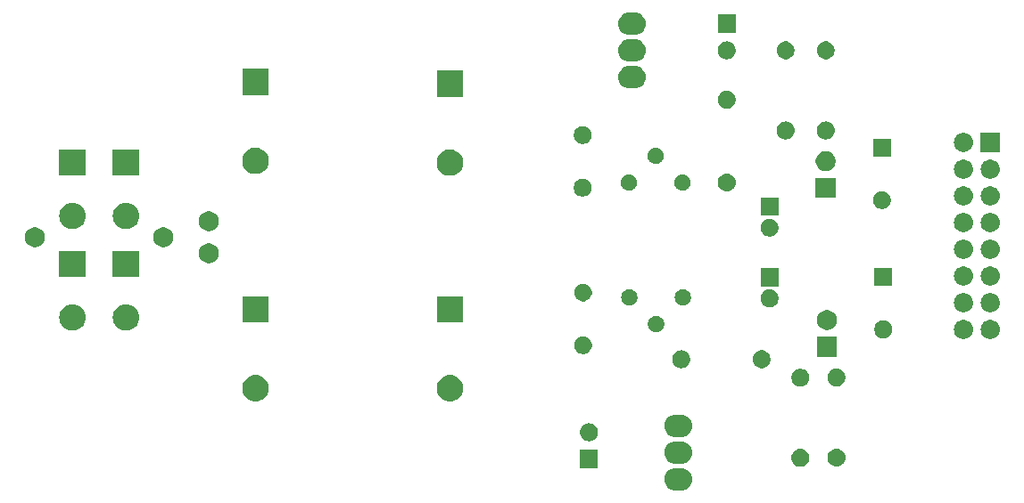
<source format=gbr>
G04 #@! TF.GenerationSoftware,KiCad,Pcbnew,(5.0.1-3-g963ef8bb5)*
G04 #@! TF.CreationDate,2018-11-16T01:15:12-08:00*
G04 #@! TF.ProjectId,eurorack-psu,6575726F7261636B2D7073752E6B6963,rev?*
G04 #@! TF.SameCoordinates,Original*
G04 #@! TF.FileFunction,Soldermask,Bot*
G04 #@! TF.FilePolarity,Negative*
%FSLAX46Y46*%
G04 Gerber Fmt 4.6, Leading zero omitted, Abs format (unit mm)*
G04 Created by KiCad (PCBNEW (5.0.1-3-g963ef8bb5)) date Friday, November 16, 2018 at 01:15:12 AM*
%MOMM*%
%LPD*%
G01*
G04 APERTURE LIST*
%ADD10C,0.100000*%
G04 APERTURE END LIST*
D10*
G36*
X193516114Y-113651176D02*
X193610168Y-113660439D01*
X193811299Y-113721451D01*
X193843899Y-113738876D01*
X193996662Y-113820529D01*
X194159133Y-113953867D01*
X194292471Y-114116338D01*
X194374124Y-114269101D01*
X194391549Y-114301701D01*
X194452561Y-114502832D01*
X194473162Y-114712000D01*
X194452561Y-114921168D01*
X194391549Y-115122299D01*
X194391546Y-115122304D01*
X194292471Y-115307662D01*
X194159133Y-115470133D01*
X193996662Y-115603471D01*
X193843899Y-115685124D01*
X193811299Y-115702549D01*
X193610168Y-115763561D01*
X193516114Y-115772824D01*
X193453413Y-115779000D01*
X192840587Y-115779000D01*
X192777886Y-115772824D01*
X192683832Y-115763561D01*
X192482701Y-115702549D01*
X192450101Y-115685124D01*
X192297338Y-115603471D01*
X192134867Y-115470133D01*
X192001529Y-115307662D01*
X191902454Y-115122304D01*
X191902451Y-115122299D01*
X191841439Y-114921168D01*
X191820838Y-114712000D01*
X191841439Y-114502832D01*
X191902451Y-114301701D01*
X191919876Y-114269101D01*
X192001529Y-114116338D01*
X192134867Y-113953867D01*
X192297338Y-113820529D01*
X192450101Y-113738876D01*
X192482701Y-113721451D01*
X192683832Y-113660439D01*
X192777886Y-113651176D01*
X192840587Y-113645000D01*
X193453413Y-113645000D01*
X193516114Y-113651176D01*
X193516114Y-113651176D01*
G37*
G36*
X185509000Y-113627000D02*
X183807000Y-113627000D01*
X183807000Y-111925000D01*
X185509000Y-111925000D01*
X185509000Y-113627000D01*
X185509000Y-113627000D01*
G37*
G36*
X204890821Y-111831313D02*
X204890824Y-111831314D01*
X204890825Y-111831314D01*
X205051239Y-111879975D01*
X205051241Y-111879976D01*
X205051244Y-111879977D01*
X205199078Y-111958995D01*
X205328659Y-112065341D01*
X205435005Y-112194922D01*
X205514023Y-112342756D01*
X205514024Y-112342759D01*
X205514025Y-112342761D01*
X205556317Y-112482179D01*
X205562687Y-112503179D01*
X205579117Y-112670000D01*
X205562687Y-112836821D01*
X205562686Y-112836824D01*
X205562686Y-112836825D01*
X205520394Y-112976244D01*
X205514023Y-112997244D01*
X205435005Y-113145078D01*
X205328659Y-113274659D01*
X205199078Y-113381005D01*
X205051244Y-113460023D01*
X205051241Y-113460024D01*
X205051239Y-113460025D01*
X204890825Y-113508686D01*
X204890824Y-113508686D01*
X204890821Y-113508687D01*
X204765804Y-113521000D01*
X204682196Y-113521000D01*
X204557179Y-113508687D01*
X204557176Y-113508686D01*
X204557175Y-113508686D01*
X204396761Y-113460025D01*
X204396759Y-113460024D01*
X204396756Y-113460023D01*
X204248922Y-113381005D01*
X204119341Y-113274659D01*
X204012995Y-113145078D01*
X203933977Y-112997244D01*
X203927607Y-112976244D01*
X203885314Y-112836825D01*
X203885314Y-112836824D01*
X203885313Y-112836821D01*
X203868883Y-112670000D01*
X203885313Y-112503179D01*
X203891683Y-112482179D01*
X203933975Y-112342761D01*
X203933976Y-112342759D01*
X203933977Y-112342756D01*
X204012995Y-112194922D01*
X204119341Y-112065341D01*
X204248922Y-111958995D01*
X204396756Y-111879977D01*
X204396759Y-111879976D01*
X204396761Y-111879975D01*
X204557175Y-111831314D01*
X204557176Y-111831314D01*
X204557179Y-111831313D01*
X204682196Y-111819000D01*
X204765804Y-111819000D01*
X204890821Y-111831313D01*
X204890821Y-111831313D01*
G37*
G36*
X208319821Y-111810313D02*
X208319824Y-111810314D01*
X208319825Y-111810314D01*
X208480239Y-111858975D01*
X208480241Y-111858976D01*
X208480244Y-111858977D01*
X208628078Y-111937995D01*
X208757659Y-112044341D01*
X208864005Y-112173922D01*
X208943023Y-112321756D01*
X208943024Y-112321759D01*
X208943025Y-112321761D01*
X208949395Y-112342761D01*
X208991687Y-112482179D01*
X209008117Y-112649000D01*
X208991687Y-112815821D01*
X208991686Y-112815824D01*
X208991686Y-112815825D01*
X208985316Y-112836825D01*
X208943023Y-112976244D01*
X208864005Y-113124078D01*
X208757659Y-113253659D01*
X208628078Y-113360005D01*
X208480244Y-113439023D01*
X208480241Y-113439024D01*
X208480239Y-113439025D01*
X208319825Y-113487686D01*
X208319824Y-113487686D01*
X208319821Y-113487687D01*
X208194804Y-113500000D01*
X208111196Y-113500000D01*
X207986179Y-113487687D01*
X207986176Y-113487686D01*
X207986175Y-113487686D01*
X207825761Y-113439025D01*
X207825759Y-113439024D01*
X207825756Y-113439023D01*
X207677922Y-113360005D01*
X207548341Y-113253659D01*
X207441995Y-113124078D01*
X207362977Y-112976244D01*
X207320685Y-112836825D01*
X207314314Y-112815825D01*
X207314314Y-112815824D01*
X207314313Y-112815821D01*
X207297883Y-112649000D01*
X207314313Y-112482179D01*
X207356605Y-112342761D01*
X207362975Y-112321761D01*
X207362976Y-112321759D01*
X207362977Y-112321756D01*
X207441995Y-112173922D01*
X207548341Y-112044341D01*
X207677922Y-111937995D01*
X207825756Y-111858977D01*
X207825759Y-111858976D01*
X207825761Y-111858975D01*
X207986175Y-111810314D01*
X207986176Y-111810314D01*
X207986179Y-111810313D01*
X208111196Y-111798000D01*
X208194804Y-111798000D01*
X208319821Y-111810313D01*
X208319821Y-111810313D01*
G37*
G36*
X193516114Y-111111176D02*
X193610168Y-111120439D01*
X193811299Y-111181451D01*
X193843899Y-111198876D01*
X193996662Y-111280529D01*
X194159133Y-111413867D01*
X194292471Y-111576338D01*
X194374124Y-111729101D01*
X194391549Y-111761701D01*
X194452561Y-111962832D01*
X194473162Y-112172000D01*
X194452561Y-112381168D01*
X194391549Y-112582299D01*
X194391546Y-112582304D01*
X194292471Y-112767662D01*
X194159133Y-112930133D01*
X193996662Y-113063471D01*
X193843985Y-113145078D01*
X193811299Y-113162549D01*
X193610168Y-113223561D01*
X193516114Y-113232824D01*
X193453413Y-113239000D01*
X192840587Y-113239000D01*
X192777886Y-113232824D01*
X192683832Y-113223561D01*
X192482701Y-113162549D01*
X192450015Y-113145078D01*
X192297338Y-113063471D01*
X192134867Y-112930133D01*
X192001529Y-112767662D01*
X191902454Y-112582304D01*
X191902451Y-112582299D01*
X191841439Y-112381168D01*
X191820838Y-112172000D01*
X191841439Y-111962832D01*
X191902451Y-111761701D01*
X191919876Y-111729101D01*
X192001529Y-111576338D01*
X192134867Y-111413867D01*
X192297338Y-111280529D01*
X192450101Y-111198876D01*
X192482701Y-111181451D01*
X192683832Y-111120439D01*
X192777886Y-111111176D01*
X192840587Y-111105000D01*
X193453413Y-111105000D01*
X193516114Y-111111176D01*
X193516114Y-111111176D01*
G37*
G36*
X184824821Y-109397313D02*
X184824824Y-109397314D01*
X184824825Y-109397314D01*
X184985239Y-109445975D01*
X184985241Y-109445976D01*
X184985244Y-109445977D01*
X185133078Y-109524995D01*
X185262659Y-109631341D01*
X185369005Y-109760922D01*
X185448023Y-109908756D01*
X185496687Y-110069179D01*
X185513117Y-110236000D01*
X185496687Y-110402821D01*
X185496686Y-110402824D01*
X185496686Y-110402825D01*
X185460089Y-110523470D01*
X185448023Y-110563244D01*
X185369005Y-110711078D01*
X185262659Y-110840659D01*
X185133078Y-110947005D01*
X184985244Y-111026023D01*
X184985241Y-111026024D01*
X184985239Y-111026025D01*
X184824825Y-111074686D01*
X184824824Y-111074686D01*
X184824821Y-111074687D01*
X184699804Y-111087000D01*
X184616196Y-111087000D01*
X184491179Y-111074687D01*
X184491176Y-111074686D01*
X184491175Y-111074686D01*
X184330761Y-111026025D01*
X184330759Y-111026024D01*
X184330756Y-111026023D01*
X184182922Y-110947005D01*
X184053341Y-110840659D01*
X183946995Y-110711078D01*
X183867977Y-110563244D01*
X183855912Y-110523470D01*
X183819314Y-110402825D01*
X183819314Y-110402824D01*
X183819313Y-110402821D01*
X183802883Y-110236000D01*
X183819313Y-110069179D01*
X183867977Y-109908756D01*
X183946995Y-109760922D01*
X184053341Y-109631341D01*
X184182922Y-109524995D01*
X184330756Y-109445977D01*
X184330759Y-109445976D01*
X184330761Y-109445975D01*
X184491175Y-109397314D01*
X184491176Y-109397314D01*
X184491179Y-109397313D01*
X184616196Y-109385000D01*
X184699804Y-109385000D01*
X184824821Y-109397313D01*
X184824821Y-109397313D01*
G37*
G36*
X193516114Y-108571176D02*
X193610168Y-108580439D01*
X193811299Y-108641451D01*
X193843899Y-108658876D01*
X193996662Y-108740529D01*
X194159133Y-108873867D01*
X194292471Y-109036338D01*
X194374124Y-109189101D01*
X194391549Y-109221701D01*
X194452561Y-109422832D01*
X194473162Y-109632000D01*
X194452561Y-109841168D01*
X194391549Y-110042299D01*
X194391546Y-110042304D01*
X194292471Y-110227662D01*
X194159133Y-110390133D01*
X193996662Y-110523471D01*
X193843899Y-110605124D01*
X193811299Y-110622549D01*
X193610168Y-110683561D01*
X193516114Y-110692824D01*
X193453413Y-110699000D01*
X192840587Y-110699000D01*
X192777886Y-110692824D01*
X192683832Y-110683561D01*
X192482701Y-110622549D01*
X192450101Y-110605124D01*
X192297338Y-110523471D01*
X192134867Y-110390133D01*
X192001529Y-110227662D01*
X191902454Y-110042304D01*
X191902451Y-110042299D01*
X191841439Y-109841168D01*
X191820838Y-109632000D01*
X191841439Y-109422832D01*
X191902451Y-109221701D01*
X191919876Y-109189101D01*
X192001529Y-109036338D01*
X192134867Y-108873867D01*
X192297338Y-108740529D01*
X192450101Y-108658876D01*
X192482701Y-108641451D01*
X192683832Y-108580439D01*
X192777886Y-108571176D01*
X192840587Y-108565000D01*
X193453413Y-108565000D01*
X193516114Y-108571176D01*
X193516114Y-108571176D01*
G37*
G36*
X171658636Y-104811019D02*
X171839903Y-104847075D01*
X172067571Y-104941378D01*
X172271542Y-105077668D01*
X172272469Y-105078287D01*
X172446713Y-105252531D01*
X172446715Y-105252534D01*
X172583622Y-105457429D01*
X172677925Y-105685097D01*
X172726000Y-105926787D01*
X172726000Y-106173213D01*
X172677925Y-106414903D01*
X172583622Y-106642571D01*
X172447332Y-106846542D01*
X172446713Y-106847469D01*
X172272469Y-107021713D01*
X172272466Y-107021715D01*
X172067571Y-107158622D01*
X171839903Y-107252925D01*
X171658635Y-107288981D01*
X171598214Y-107301000D01*
X171351786Y-107301000D01*
X171291365Y-107288981D01*
X171110097Y-107252925D01*
X170882429Y-107158622D01*
X170677534Y-107021715D01*
X170677531Y-107021713D01*
X170503287Y-106847469D01*
X170502668Y-106846542D01*
X170366378Y-106642571D01*
X170272075Y-106414903D01*
X170224000Y-106173213D01*
X170224000Y-105926787D01*
X170272075Y-105685097D01*
X170366378Y-105457429D01*
X170503285Y-105252534D01*
X170503287Y-105252531D01*
X170677531Y-105078287D01*
X170678458Y-105077668D01*
X170882429Y-104941378D01*
X171110097Y-104847075D01*
X171291365Y-104811019D01*
X171351786Y-104799000D01*
X171598214Y-104799000D01*
X171658636Y-104811019D01*
X171658636Y-104811019D01*
G37*
G36*
X153199636Y-104811019D02*
X153380903Y-104847075D01*
X153608571Y-104941378D01*
X153812542Y-105077668D01*
X153813469Y-105078287D01*
X153987713Y-105252531D01*
X153987715Y-105252534D01*
X154124622Y-105457429D01*
X154218925Y-105685097D01*
X154267000Y-105926787D01*
X154267000Y-106173213D01*
X154218925Y-106414903D01*
X154124622Y-106642571D01*
X153988332Y-106846542D01*
X153987713Y-106847469D01*
X153813469Y-107021713D01*
X153813466Y-107021715D01*
X153608571Y-107158622D01*
X153380903Y-107252925D01*
X153199635Y-107288981D01*
X153139214Y-107301000D01*
X152892786Y-107301000D01*
X152832365Y-107288981D01*
X152651097Y-107252925D01*
X152423429Y-107158622D01*
X152218534Y-107021715D01*
X152218531Y-107021713D01*
X152044287Y-106847469D01*
X152043668Y-106846542D01*
X151907378Y-106642571D01*
X151813075Y-106414903D01*
X151765000Y-106173213D01*
X151765000Y-105926787D01*
X151813075Y-105685097D01*
X151907378Y-105457429D01*
X152044285Y-105252534D01*
X152044287Y-105252531D01*
X152218531Y-105078287D01*
X152219458Y-105077668D01*
X152423429Y-104941378D01*
X152651097Y-104847075D01*
X152832365Y-104811019D01*
X152892786Y-104799000D01*
X153139214Y-104799000D01*
X153199636Y-104811019D01*
X153199636Y-104811019D01*
G37*
G36*
X204972228Y-104231703D02*
X205127100Y-104295853D01*
X205266481Y-104388985D01*
X205385015Y-104507519D01*
X205478147Y-104646900D01*
X205542297Y-104801772D01*
X205575000Y-104966184D01*
X205575000Y-105133816D01*
X205542297Y-105298228D01*
X205478147Y-105453100D01*
X205385015Y-105592481D01*
X205266481Y-105711015D01*
X205127100Y-105804147D01*
X204972228Y-105868297D01*
X204807816Y-105901000D01*
X204640184Y-105901000D01*
X204475772Y-105868297D01*
X204320900Y-105804147D01*
X204181519Y-105711015D01*
X204062985Y-105592481D01*
X203969853Y-105453100D01*
X203905703Y-105298228D01*
X203873000Y-105133816D01*
X203873000Y-104966184D01*
X203905703Y-104801772D01*
X203969853Y-104646900D01*
X204062985Y-104507519D01*
X204181519Y-104388985D01*
X204320900Y-104295853D01*
X204475772Y-104231703D01*
X204640184Y-104199000D01*
X204807816Y-104199000D01*
X204972228Y-104231703D01*
X204972228Y-104231703D01*
G37*
G36*
X208401228Y-104210703D02*
X208556100Y-104274853D01*
X208695481Y-104367985D01*
X208814015Y-104486519D01*
X208907147Y-104625900D01*
X208971297Y-104780772D01*
X209004000Y-104945184D01*
X209004000Y-105112816D01*
X208971297Y-105277228D01*
X208907147Y-105432100D01*
X208814015Y-105571481D01*
X208695481Y-105690015D01*
X208556100Y-105783147D01*
X208401228Y-105847297D01*
X208236816Y-105880000D01*
X208069184Y-105880000D01*
X207904772Y-105847297D01*
X207749900Y-105783147D01*
X207610519Y-105690015D01*
X207491985Y-105571481D01*
X207398853Y-105432100D01*
X207334703Y-105277228D01*
X207302000Y-105112816D01*
X207302000Y-104945184D01*
X207334703Y-104780772D01*
X207398853Y-104625900D01*
X207491985Y-104486519D01*
X207610519Y-104367985D01*
X207749900Y-104274853D01*
X207904772Y-104210703D01*
X208069184Y-104178000D01*
X208236816Y-104178000D01*
X208401228Y-104210703D01*
X208401228Y-104210703D01*
G37*
G36*
X201295228Y-102478703D02*
X201450100Y-102542853D01*
X201589481Y-102635985D01*
X201708015Y-102754519D01*
X201801147Y-102893900D01*
X201865297Y-103048772D01*
X201898000Y-103213184D01*
X201898000Y-103380816D01*
X201865297Y-103545228D01*
X201801147Y-103700100D01*
X201708015Y-103839481D01*
X201589481Y-103958015D01*
X201450100Y-104051147D01*
X201295228Y-104115297D01*
X201130816Y-104148000D01*
X200963184Y-104148000D01*
X200798772Y-104115297D01*
X200643900Y-104051147D01*
X200504519Y-103958015D01*
X200385985Y-103839481D01*
X200292853Y-103700100D01*
X200228703Y-103545228D01*
X200196000Y-103380816D01*
X200196000Y-103213184D01*
X200228703Y-103048772D01*
X200292853Y-102893900D01*
X200385985Y-102754519D01*
X200504519Y-102635985D01*
X200643900Y-102542853D01*
X200798772Y-102478703D01*
X200963184Y-102446000D01*
X201130816Y-102446000D01*
X201295228Y-102478703D01*
X201295228Y-102478703D01*
G37*
G36*
X193593821Y-102458313D02*
X193593824Y-102458314D01*
X193593825Y-102458314D01*
X193754239Y-102506975D01*
X193754241Y-102506976D01*
X193754244Y-102506977D01*
X193902078Y-102585995D01*
X194031659Y-102692341D01*
X194138005Y-102821922D01*
X194217023Y-102969756D01*
X194217024Y-102969759D01*
X194217025Y-102969761D01*
X194244095Y-103059000D01*
X194265687Y-103130179D01*
X194282117Y-103297000D01*
X194265687Y-103463821D01*
X194265686Y-103463824D01*
X194265686Y-103463825D01*
X194240993Y-103545228D01*
X194217023Y-103624244D01*
X194138005Y-103772078D01*
X194031659Y-103901659D01*
X193902078Y-104008005D01*
X193754244Y-104087023D01*
X193754241Y-104087024D01*
X193754239Y-104087025D01*
X193593825Y-104135686D01*
X193593824Y-104135686D01*
X193593821Y-104135687D01*
X193468804Y-104148000D01*
X193385196Y-104148000D01*
X193260179Y-104135687D01*
X193260176Y-104135686D01*
X193260175Y-104135686D01*
X193099761Y-104087025D01*
X193099759Y-104087024D01*
X193099756Y-104087023D01*
X192951922Y-104008005D01*
X192822341Y-103901659D01*
X192715995Y-103772078D01*
X192636977Y-103624244D01*
X192613008Y-103545228D01*
X192588314Y-103463825D01*
X192588314Y-103463824D01*
X192588313Y-103463821D01*
X192571883Y-103297000D01*
X192588313Y-103130179D01*
X192609905Y-103059000D01*
X192636975Y-102969761D01*
X192636976Y-102969759D01*
X192636977Y-102969756D01*
X192715995Y-102821922D01*
X192822341Y-102692341D01*
X192951922Y-102585995D01*
X193099756Y-102506977D01*
X193099759Y-102506976D01*
X193099761Y-102506975D01*
X193260175Y-102458314D01*
X193260176Y-102458314D01*
X193260179Y-102458313D01*
X193385196Y-102446000D01*
X193468804Y-102446000D01*
X193593821Y-102458313D01*
X193593821Y-102458313D01*
G37*
G36*
X208215000Y-103059000D02*
X206313000Y-103059000D01*
X206313000Y-101157000D01*
X208215000Y-101157000D01*
X208215000Y-103059000D01*
X208215000Y-103059000D01*
G37*
G36*
X184345228Y-101131703D02*
X184500100Y-101195853D01*
X184639481Y-101288985D01*
X184758015Y-101407519D01*
X184851147Y-101546900D01*
X184915297Y-101701772D01*
X184948000Y-101866184D01*
X184948000Y-102033816D01*
X184915297Y-102198228D01*
X184851147Y-102353100D01*
X184758015Y-102492481D01*
X184639481Y-102611015D01*
X184500100Y-102704147D01*
X184345228Y-102768297D01*
X184180816Y-102801000D01*
X184013184Y-102801000D01*
X183848772Y-102768297D01*
X183693900Y-102704147D01*
X183554519Y-102611015D01*
X183435985Y-102492481D01*
X183342853Y-102353100D01*
X183278703Y-102198228D01*
X183246000Y-102033816D01*
X183246000Y-101866184D01*
X183278703Y-101701772D01*
X183342853Y-101546900D01*
X183435985Y-101407519D01*
X183554519Y-101288985D01*
X183693900Y-101195853D01*
X183848772Y-101131703D01*
X184013184Y-101099000D01*
X184180816Y-101099000D01*
X184345228Y-101131703D01*
X184345228Y-101131703D01*
G37*
G36*
X222857442Y-99560518D02*
X222923627Y-99567037D01*
X223028995Y-99599000D01*
X223093467Y-99618557D01*
X223174115Y-99661665D01*
X223249991Y-99702222D01*
X223276658Y-99724107D01*
X223387186Y-99814814D01*
X223463266Y-99907519D01*
X223499778Y-99952009D01*
X223499779Y-99952011D01*
X223583443Y-100108533D01*
X223583443Y-100108534D01*
X223634963Y-100278373D01*
X223652359Y-100455000D01*
X223634963Y-100631627D01*
X223634773Y-100632252D01*
X223583443Y-100801467D01*
X223555844Y-100853100D01*
X223499778Y-100957991D01*
X223471473Y-100992481D01*
X223387186Y-101095186D01*
X223311864Y-101157000D01*
X223249991Y-101207778D01*
X223249989Y-101207779D01*
X223093467Y-101291443D01*
X223061961Y-101301000D01*
X222923627Y-101342963D01*
X222857443Y-101349481D01*
X222791260Y-101356000D01*
X222702740Y-101356000D01*
X222636558Y-101349482D01*
X222570373Y-101342963D01*
X222432039Y-101301000D01*
X222400533Y-101291443D01*
X222244011Y-101207779D01*
X222244009Y-101207778D01*
X222182136Y-101157000D01*
X222106814Y-101095186D01*
X222022527Y-100992481D01*
X221994222Y-100957991D01*
X221938156Y-100853100D01*
X221910557Y-100801467D01*
X221859227Y-100632252D01*
X221859037Y-100631627D01*
X221841641Y-100455000D01*
X221859037Y-100278373D01*
X221910557Y-100108534D01*
X221910557Y-100108533D01*
X221994221Y-99952011D01*
X221994222Y-99952009D01*
X222030734Y-99907519D01*
X222106814Y-99814814D01*
X222217342Y-99724107D01*
X222244009Y-99702222D01*
X222319885Y-99661665D01*
X222400533Y-99618557D01*
X222465005Y-99599000D01*
X222570373Y-99567037D01*
X222636558Y-99560518D01*
X222702740Y-99554000D01*
X222791260Y-99554000D01*
X222857442Y-99560518D01*
X222857442Y-99560518D01*
G37*
G36*
X220317442Y-99560518D02*
X220383627Y-99567037D01*
X220488995Y-99599000D01*
X220553467Y-99618557D01*
X220634115Y-99661665D01*
X220709991Y-99702222D01*
X220736658Y-99724107D01*
X220847186Y-99814814D01*
X220923266Y-99907519D01*
X220959778Y-99952009D01*
X220959779Y-99952011D01*
X221043443Y-100108533D01*
X221043443Y-100108534D01*
X221094963Y-100278373D01*
X221112359Y-100455000D01*
X221094963Y-100631627D01*
X221094773Y-100632252D01*
X221043443Y-100801467D01*
X221015844Y-100853100D01*
X220959778Y-100957991D01*
X220931473Y-100992481D01*
X220847186Y-101095186D01*
X220771864Y-101157000D01*
X220709991Y-101207778D01*
X220709989Y-101207779D01*
X220553467Y-101291443D01*
X220521961Y-101301000D01*
X220383627Y-101342963D01*
X220317443Y-101349481D01*
X220251260Y-101356000D01*
X220162740Y-101356000D01*
X220096558Y-101349482D01*
X220030373Y-101342963D01*
X219892039Y-101301000D01*
X219860533Y-101291443D01*
X219704011Y-101207779D01*
X219704009Y-101207778D01*
X219642136Y-101157000D01*
X219566814Y-101095186D01*
X219482527Y-100992481D01*
X219454222Y-100957991D01*
X219398156Y-100853100D01*
X219370557Y-100801467D01*
X219319227Y-100632252D01*
X219319037Y-100631627D01*
X219301641Y-100455000D01*
X219319037Y-100278373D01*
X219370557Y-100108534D01*
X219370557Y-100108533D01*
X219454221Y-99952011D01*
X219454222Y-99952009D01*
X219490734Y-99907519D01*
X219566814Y-99814814D01*
X219677342Y-99724107D01*
X219704009Y-99702222D01*
X219779885Y-99661665D01*
X219860533Y-99618557D01*
X219925005Y-99599000D01*
X220030373Y-99567037D01*
X220096558Y-99560518D01*
X220162740Y-99554000D01*
X220251260Y-99554000D01*
X220317442Y-99560518D01*
X220317442Y-99560518D01*
G37*
G36*
X212848228Y-99631703D02*
X213003100Y-99695853D01*
X213142481Y-99788985D01*
X213261015Y-99907519D01*
X213354147Y-100046900D01*
X213418297Y-100201772D01*
X213451000Y-100366184D01*
X213451000Y-100533816D01*
X213418297Y-100698228D01*
X213354147Y-100853100D01*
X213261015Y-100992481D01*
X213142481Y-101111015D01*
X213003100Y-101204147D01*
X212848228Y-101268297D01*
X212683816Y-101301000D01*
X212516184Y-101301000D01*
X212351772Y-101268297D01*
X212196900Y-101204147D01*
X212057519Y-101111015D01*
X211938985Y-100992481D01*
X211845853Y-100853100D01*
X211781703Y-100698228D01*
X211749000Y-100533816D01*
X211749000Y-100366184D01*
X211781703Y-100201772D01*
X211845853Y-100046900D01*
X211938985Y-99907519D01*
X212057519Y-99788985D01*
X212196900Y-99695853D01*
X212351772Y-99631703D01*
X212516184Y-99599000D01*
X212683816Y-99599000D01*
X212848228Y-99631703D01*
X212848228Y-99631703D01*
G37*
G36*
X191162589Y-99187876D02*
X191261893Y-99207629D01*
X191402206Y-99265748D01*
X191528484Y-99350125D01*
X191635875Y-99457516D01*
X191720252Y-99583794D01*
X191778371Y-99724107D01*
X191808000Y-99873063D01*
X191808000Y-100024937D01*
X191778371Y-100173893D01*
X191720252Y-100314206D01*
X191635875Y-100440484D01*
X191528484Y-100547875D01*
X191402206Y-100632252D01*
X191261893Y-100690371D01*
X191162589Y-100710124D01*
X191112938Y-100720000D01*
X190961062Y-100720000D01*
X190911411Y-100710124D01*
X190812107Y-100690371D01*
X190671794Y-100632252D01*
X190545516Y-100547875D01*
X190438125Y-100440484D01*
X190353748Y-100314206D01*
X190295629Y-100173893D01*
X190266000Y-100024937D01*
X190266000Y-99873063D01*
X190295629Y-99724107D01*
X190353748Y-99583794D01*
X190438125Y-99457516D01*
X190545516Y-99350125D01*
X190671794Y-99265748D01*
X190812107Y-99207629D01*
X190911411Y-99187876D01*
X190961062Y-99178000D01*
X191112938Y-99178000D01*
X191162589Y-99187876D01*
X191162589Y-99187876D01*
G37*
G36*
X140961239Y-98081101D02*
X141197053Y-98152634D01*
X141414381Y-98268799D01*
X141604871Y-98425129D01*
X141761201Y-98615619D01*
X141877366Y-98832947D01*
X141948899Y-99068761D01*
X141973053Y-99314000D01*
X141948899Y-99559239D01*
X141877366Y-99795053D01*
X141761201Y-100012381D01*
X141604871Y-100202871D01*
X141414381Y-100359201D01*
X141197053Y-100475366D01*
X140961239Y-100546899D01*
X140777457Y-100565000D01*
X140654543Y-100565000D01*
X140470761Y-100546899D01*
X140234947Y-100475366D01*
X140017619Y-100359201D01*
X139827129Y-100202871D01*
X139670799Y-100012381D01*
X139554634Y-99795053D01*
X139483101Y-99559239D01*
X139458947Y-99314000D01*
X139483101Y-99068761D01*
X139554634Y-98832947D01*
X139670799Y-98615619D01*
X139827129Y-98425129D01*
X140017619Y-98268799D01*
X140234947Y-98152634D01*
X140470761Y-98081101D01*
X140654543Y-98063000D01*
X140777457Y-98063000D01*
X140961239Y-98081101D01*
X140961239Y-98081101D01*
G37*
G36*
X135881239Y-98081101D02*
X136117053Y-98152634D01*
X136334381Y-98268799D01*
X136524871Y-98425129D01*
X136681201Y-98615619D01*
X136797366Y-98832947D01*
X136868899Y-99068761D01*
X136893053Y-99314000D01*
X136868899Y-99559239D01*
X136797366Y-99795053D01*
X136681201Y-100012381D01*
X136524871Y-100202871D01*
X136334381Y-100359201D01*
X136117053Y-100475366D01*
X135881239Y-100546899D01*
X135697457Y-100565000D01*
X135574543Y-100565000D01*
X135390761Y-100546899D01*
X135154947Y-100475366D01*
X134937619Y-100359201D01*
X134747129Y-100202871D01*
X134590799Y-100012381D01*
X134474634Y-99795053D01*
X134403101Y-99559239D01*
X134378947Y-99314000D01*
X134403101Y-99068761D01*
X134474634Y-98832947D01*
X134590799Y-98615619D01*
X134747129Y-98425129D01*
X134937619Y-98268799D01*
X135154947Y-98152634D01*
X135390761Y-98081101D01*
X135574543Y-98063000D01*
X135697457Y-98063000D01*
X135881239Y-98081101D01*
X135881239Y-98081101D01*
G37*
G36*
X207541396Y-98653546D02*
X207714466Y-98725234D01*
X207870230Y-98829312D01*
X208002688Y-98961770D01*
X208106766Y-99117534D01*
X208178454Y-99290604D01*
X208215000Y-99474333D01*
X208215000Y-99661667D01*
X208178454Y-99845396D01*
X208106766Y-100018466D01*
X208002688Y-100174230D01*
X207870230Y-100306688D01*
X207714466Y-100410766D01*
X207541396Y-100482454D01*
X207357667Y-100519000D01*
X207170333Y-100519000D01*
X206986604Y-100482454D01*
X206813534Y-100410766D01*
X206657770Y-100306688D01*
X206525312Y-100174230D01*
X206421234Y-100018466D01*
X206349546Y-99845396D01*
X206313000Y-99661667D01*
X206313000Y-99474333D01*
X206349546Y-99290604D01*
X206421234Y-99117534D01*
X206525312Y-98961770D01*
X206657770Y-98829312D01*
X206813534Y-98725234D01*
X206986604Y-98653546D01*
X207170333Y-98617000D01*
X207357667Y-98617000D01*
X207541396Y-98653546D01*
X207541396Y-98653546D01*
G37*
G36*
X172726000Y-99801000D02*
X170224000Y-99801000D01*
X170224000Y-97299000D01*
X172726000Y-97299000D01*
X172726000Y-99801000D01*
X172726000Y-99801000D01*
G37*
G36*
X154267000Y-99801000D02*
X151765000Y-99801000D01*
X151765000Y-97299000D01*
X154267000Y-97299000D01*
X154267000Y-99801000D01*
X154267000Y-99801000D01*
G37*
G36*
X220317443Y-97020519D02*
X220383627Y-97027037D01*
X220496853Y-97061384D01*
X220553467Y-97078557D01*
X220692087Y-97152652D01*
X220709991Y-97162222D01*
X220736658Y-97184107D01*
X220847186Y-97274814D01*
X220930448Y-97376271D01*
X220959778Y-97412009D01*
X220959779Y-97412011D01*
X221043443Y-97568533D01*
X221060616Y-97625147D01*
X221094963Y-97738373D01*
X221112359Y-97915000D01*
X221094963Y-98091627D01*
X221076456Y-98152636D01*
X221043443Y-98261467D01*
X221010928Y-98322297D01*
X220959778Y-98417991D01*
X220953919Y-98425130D01*
X220847186Y-98555186D01*
X220771864Y-98617000D01*
X220709991Y-98667778D01*
X220709989Y-98667779D01*
X220553467Y-98751443D01*
X220496853Y-98768616D01*
X220383627Y-98802963D01*
X220317443Y-98809481D01*
X220251260Y-98816000D01*
X220162740Y-98816000D01*
X220096557Y-98809481D01*
X220030373Y-98802963D01*
X219917147Y-98768616D01*
X219860533Y-98751443D01*
X219704011Y-98667779D01*
X219704009Y-98667778D01*
X219642136Y-98617000D01*
X219566814Y-98555186D01*
X219460081Y-98425130D01*
X219454222Y-98417991D01*
X219403072Y-98322297D01*
X219370557Y-98261467D01*
X219337544Y-98152636D01*
X219319037Y-98091627D01*
X219301641Y-97915000D01*
X219319037Y-97738373D01*
X219353384Y-97625147D01*
X219370557Y-97568533D01*
X219454221Y-97412011D01*
X219454222Y-97412009D01*
X219483552Y-97376271D01*
X219566814Y-97274814D01*
X219677342Y-97184107D01*
X219704009Y-97162222D01*
X219721913Y-97152652D01*
X219860533Y-97078557D01*
X219917147Y-97061384D01*
X220030373Y-97027037D01*
X220096558Y-97020518D01*
X220162740Y-97014000D01*
X220251260Y-97014000D01*
X220317443Y-97020519D01*
X220317443Y-97020519D01*
G37*
G36*
X222857443Y-97020519D02*
X222923627Y-97027037D01*
X223036853Y-97061384D01*
X223093467Y-97078557D01*
X223232087Y-97152652D01*
X223249991Y-97162222D01*
X223276658Y-97184107D01*
X223387186Y-97274814D01*
X223470448Y-97376271D01*
X223499778Y-97412009D01*
X223499779Y-97412011D01*
X223583443Y-97568533D01*
X223600616Y-97625147D01*
X223634963Y-97738373D01*
X223652359Y-97915000D01*
X223634963Y-98091627D01*
X223616456Y-98152636D01*
X223583443Y-98261467D01*
X223550928Y-98322297D01*
X223499778Y-98417991D01*
X223493919Y-98425130D01*
X223387186Y-98555186D01*
X223311864Y-98617000D01*
X223249991Y-98667778D01*
X223249989Y-98667779D01*
X223093467Y-98751443D01*
X223036853Y-98768616D01*
X222923627Y-98802963D01*
X222857443Y-98809481D01*
X222791260Y-98816000D01*
X222702740Y-98816000D01*
X222636557Y-98809481D01*
X222570373Y-98802963D01*
X222457147Y-98768616D01*
X222400533Y-98751443D01*
X222244011Y-98667779D01*
X222244009Y-98667778D01*
X222182136Y-98617000D01*
X222106814Y-98555186D01*
X222000081Y-98425130D01*
X221994222Y-98417991D01*
X221943072Y-98322297D01*
X221910557Y-98261467D01*
X221877544Y-98152636D01*
X221859037Y-98091627D01*
X221841641Y-97915000D01*
X221859037Y-97738373D01*
X221893384Y-97625147D01*
X221910557Y-97568533D01*
X221994221Y-97412011D01*
X221994222Y-97412009D01*
X222023552Y-97376271D01*
X222106814Y-97274814D01*
X222217342Y-97184107D01*
X222244009Y-97162222D01*
X222261913Y-97152652D01*
X222400533Y-97078557D01*
X222457147Y-97061384D01*
X222570373Y-97027037D01*
X222636558Y-97020518D01*
X222702740Y-97014000D01*
X222791260Y-97014000D01*
X222857443Y-97020519D01*
X222857443Y-97020519D01*
G37*
G36*
X202051228Y-96685703D02*
X202206100Y-96749853D01*
X202345481Y-96842985D01*
X202464015Y-96961519D01*
X202557147Y-97100900D01*
X202621297Y-97255772D01*
X202654000Y-97420184D01*
X202654000Y-97587816D01*
X202621297Y-97752228D01*
X202557147Y-97907100D01*
X202464015Y-98046481D01*
X202345481Y-98165015D01*
X202206100Y-98258147D01*
X202051228Y-98322297D01*
X201886816Y-98355000D01*
X201719184Y-98355000D01*
X201554772Y-98322297D01*
X201399900Y-98258147D01*
X201260519Y-98165015D01*
X201141985Y-98046481D01*
X201048853Y-97907100D01*
X200984703Y-97752228D01*
X200952000Y-97587816D01*
X200952000Y-97420184D01*
X200984703Y-97255772D01*
X201048853Y-97100900D01*
X201141985Y-96961519D01*
X201260519Y-96842985D01*
X201399900Y-96749853D01*
X201554772Y-96685703D01*
X201719184Y-96653000D01*
X201886816Y-96653000D01*
X202051228Y-96685703D01*
X202051228Y-96685703D01*
G37*
G36*
X193702589Y-96647876D02*
X193801893Y-96667629D01*
X193942206Y-96725748D01*
X194068484Y-96810125D01*
X194175875Y-96917516D01*
X194260252Y-97043794D01*
X194318371Y-97184107D01*
X194332626Y-97255772D01*
X194348000Y-97333062D01*
X194348000Y-97484938D01*
X194338124Y-97534589D01*
X194318371Y-97633893D01*
X194260252Y-97774206D01*
X194175875Y-97900484D01*
X194068484Y-98007875D01*
X193942206Y-98092252D01*
X193801893Y-98150371D01*
X193728277Y-98165014D01*
X193652938Y-98180000D01*
X193501062Y-98180000D01*
X193425723Y-98165014D01*
X193352107Y-98150371D01*
X193211794Y-98092252D01*
X193085516Y-98007875D01*
X192978125Y-97900484D01*
X192893748Y-97774206D01*
X192835629Y-97633893D01*
X192815876Y-97534589D01*
X192806000Y-97484938D01*
X192806000Y-97333062D01*
X192821374Y-97255772D01*
X192835629Y-97184107D01*
X192893748Y-97043794D01*
X192978125Y-96917516D01*
X193085516Y-96810125D01*
X193211794Y-96725748D01*
X193352107Y-96667629D01*
X193451411Y-96647876D01*
X193501062Y-96638000D01*
X193652938Y-96638000D01*
X193702589Y-96647876D01*
X193702589Y-96647876D01*
G37*
G36*
X188622589Y-96647876D02*
X188721893Y-96667629D01*
X188862206Y-96725748D01*
X188988484Y-96810125D01*
X189095875Y-96917516D01*
X189180252Y-97043794D01*
X189238371Y-97184107D01*
X189252626Y-97255772D01*
X189268000Y-97333062D01*
X189268000Y-97484938D01*
X189258124Y-97534589D01*
X189238371Y-97633893D01*
X189180252Y-97774206D01*
X189095875Y-97900484D01*
X188988484Y-98007875D01*
X188862206Y-98092252D01*
X188721893Y-98150371D01*
X188648277Y-98165014D01*
X188572938Y-98180000D01*
X188421062Y-98180000D01*
X188345723Y-98165014D01*
X188272107Y-98150371D01*
X188131794Y-98092252D01*
X188005516Y-98007875D01*
X187898125Y-97900484D01*
X187813748Y-97774206D01*
X187755629Y-97633893D01*
X187735876Y-97534589D01*
X187726000Y-97484938D01*
X187726000Y-97333062D01*
X187741374Y-97255772D01*
X187755629Y-97184107D01*
X187813748Y-97043794D01*
X187898125Y-96917516D01*
X188005516Y-96810125D01*
X188131794Y-96725748D01*
X188272107Y-96667629D01*
X188371411Y-96647876D01*
X188421062Y-96638000D01*
X188572938Y-96638000D01*
X188622589Y-96647876D01*
X188622589Y-96647876D01*
G37*
G36*
X184345228Y-96131703D02*
X184500100Y-96195853D01*
X184639481Y-96288985D01*
X184758015Y-96407519D01*
X184851147Y-96546900D01*
X184915297Y-96701772D01*
X184948000Y-96866184D01*
X184948000Y-97033816D01*
X184915297Y-97198228D01*
X184851147Y-97353100D01*
X184758015Y-97492481D01*
X184639481Y-97611015D01*
X184500100Y-97704147D01*
X184345228Y-97768297D01*
X184180816Y-97801000D01*
X184013184Y-97801000D01*
X183848772Y-97768297D01*
X183693900Y-97704147D01*
X183554519Y-97611015D01*
X183435985Y-97492481D01*
X183342853Y-97353100D01*
X183278703Y-97198228D01*
X183246000Y-97033816D01*
X183246000Y-96866184D01*
X183278703Y-96701772D01*
X183342853Y-96546900D01*
X183435985Y-96407519D01*
X183554519Y-96288985D01*
X183693900Y-96195853D01*
X183848772Y-96131703D01*
X184013184Y-96099000D01*
X184180816Y-96099000D01*
X184345228Y-96131703D01*
X184345228Y-96131703D01*
G37*
G36*
X202654000Y-96355000D02*
X200952000Y-96355000D01*
X200952000Y-94653000D01*
X202654000Y-94653000D01*
X202654000Y-96355000D01*
X202654000Y-96355000D01*
G37*
G36*
X213451000Y-96301000D02*
X211749000Y-96301000D01*
X211749000Y-94599000D01*
X213451000Y-94599000D01*
X213451000Y-96301000D01*
X213451000Y-96301000D01*
G37*
G36*
X220317443Y-94480519D02*
X220383627Y-94487037D01*
X220496853Y-94521384D01*
X220553467Y-94538557D01*
X220666546Y-94599000D01*
X220709991Y-94622222D01*
X220745729Y-94651552D01*
X220847186Y-94734814D01*
X220930448Y-94836271D01*
X220959778Y-94872009D01*
X220959779Y-94872011D01*
X221043443Y-95028533D01*
X221043443Y-95028534D01*
X221094963Y-95198373D01*
X221112359Y-95375000D01*
X221094963Y-95551627D01*
X221060616Y-95664853D01*
X221043443Y-95721467D01*
X220969348Y-95860087D01*
X220959778Y-95877991D01*
X220930448Y-95913729D01*
X220847186Y-96015186D01*
X220745729Y-96098448D01*
X220709991Y-96127778D01*
X220709989Y-96127779D01*
X220553467Y-96211443D01*
X220496853Y-96228616D01*
X220383627Y-96262963D01*
X220317442Y-96269482D01*
X220251260Y-96276000D01*
X220162740Y-96276000D01*
X220096558Y-96269482D01*
X220030373Y-96262963D01*
X219917147Y-96228616D01*
X219860533Y-96211443D01*
X219704011Y-96127779D01*
X219704009Y-96127778D01*
X219668271Y-96098448D01*
X219566814Y-96015186D01*
X219483552Y-95913729D01*
X219454222Y-95877991D01*
X219444652Y-95860087D01*
X219370557Y-95721467D01*
X219353384Y-95664853D01*
X219319037Y-95551627D01*
X219301641Y-95375000D01*
X219319037Y-95198373D01*
X219370557Y-95028534D01*
X219370557Y-95028533D01*
X219454221Y-94872011D01*
X219454222Y-94872009D01*
X219483552Y-94836271D01*
X219566814Y-94734814D01*
X219668271Y-94651552D01*
X219704009Y-94622222D01*
X219747454Y-94599000D01*
X219860533Y-94538557D01*
X219917147Y-94521384D01*
X220030373Y-94487037D01*
X220096557Y-94480519D01*
X220162740Y-94474000D01*
X220251260Y-94474000D01*
X220317443Y-94480519D01*
X220317443Y-94480519D01*
G37*
G36*
X222857443Y-94480519D02*
X222923627Y-94487037D01*
X223036853Y-94521384D01*
X223093467Y-94538557D01*
X223206546Y-94599000D01*
X223249991Y-94622222D01*
X223285729Y-94651552D01*
X223387186Y-94734814D01*
X223470448Y-94836271D01*
X223499778Y-94872009D01*
X223499779Y-94872011D01*
X223583443Y-95028533D01*
X223583443Y-95028534D01*
X223634963Y-95198373D01*
X223652359Y-95375000D01*
X223634963Y-95551627D01*
X223600616Y-95664853D01*
X223583443Y-95721467D01*
X223509348Y-95860087D01*
X223499778Y-95877991D01*
X223470448Y-95913729D01*
X223387186Y-96015186D01*
X223285729Y-96098448D01*
X223249991Y-96127778D01*
X223249989Y-96127779D01*
X223093467Y-96211443D01*
X223036853Y-96228616D01*
X222923627Y-96262963D01*
X222857442Y-96269482D01*
X222791260Y-96276000D01*
X222702740Y-96276000D01*
X222636558Y-96269482D01*
X222570373Y-96262963D01*
X222457147Y-96228616D01*
X222400533Y-96211443D01*
X222244011Y-96127779D01*
X222244009Y-96127778D01*
X222208271Y-96098448D01*
X222106814Y-96015186D01*
X222023552Y-95913729D01*
X221994222Y-95877991D01*
X221984652Y-95860087D01*
X221910557Y-95721467D01*
X221893384Y-95664853D01*
X221859037Y-95551627D01*
X221841641Y-95375000D01*
X221859037Y-95198373D01*
X221910557Y-95028534D01*
X221910557Y-95028533D01*
X221994221Y-94872011D01*
X221994222Y-94872009D01*
X222023552Y-94836271D01*
X222106814Y-94734814D01*
X222208271Y-94651552D01*
X222244009Y-94622222D01*
X222287454Y-94599000D01*
X222400533Y-94538557D01*
X222457147Y-94521384D01*
X222570373Y-94487037D01*
X222636557Y-94480519D01*
X222702740Y-94474000D01*
X222791260Y-94474000D01*
X222857443Y-94480519D01*
X222857443Y-94480519D01*
G37*
G36*
X136887000Y-95485000D02*
X134385000Y-95485000D01*
X134385000Y-92983000D01*
X136887000Y-92983000D01*
X136887000Y-95485000D01*
X136887000Y-95485000D01*
G37*
G36*
X141967000Y-95485000D02*
X139465000Y-95485000D01*
X139465000Y-92983000D01*
X141967000Y-92983000D01*
X141967000Y-95485000D01*
X141967000Y-95485000D01*
G37*
G36*
X148867396Y-92303546D02*
X149040466Y-92375234D01*
X149196230Y-92479312D01*
X149328688Y-92611770D01*
X149432766Y-92767534D01*
X149504454Y-92940604D01*
X149541000Y-93124333D01*
X149541000Y-93311667D01*
X149504454Y-93495396D01*
X149432766Y-93668466D01*
X149328688Y-93824230D01*
X149196230Y-93956688D01*
X149040466Y-94060766D01*
X148867396Y-94132454D01*
X148683667Y-94169000D01*
X148496333Y-94169000D01*
X148312604Y-94132454D01*
X148139534Y-94060766D01*
X147983770Y-93956688D01*
X147851312Y-93824230D01*
X147747234Y-93668466D01*
X147675546Y-93495396D01*
X147639000Y-93311667D01*
X147639000Y-93124333D01*
X147675546Y-92940604D01*
X147747234Y-92767534D01*
X147851312Y-92611770D01*
X147983770Y-92479312D01*
X148139534Y-92375234D01*
X148312604Y-92303546D01*
X148496333Y-92267000D01*
X148683667Y-92267000D01*
X148867396Y-92303546D01*
X148867396Y-92303546D01*
G37*
G36*
X220317443Y-91940519D02*
X220383627Y-91947037D01*
X220496853Y-91981384D01*
X220553467Y-91998557D01*
X220692087Y-92072652D01*
X220709991Y-92082222D01*
X220745729Y-92111552D01*
X220847186Y-92194814D01*
X220930448Y-92296271D01*
X220959778Y-92332009D01*
X220959779Y-92332011D01*
X221043443Y-92488533D01*
X221043443Y-92488534D01*
X221094963Y-92658373D01*
X221112359Y-92835000D01*
X221094963Y-93011627D01*
X221060774Y-93124333D01*
X221043443Y-93181467D01*
X220973850Y-93311665D01*
X220959778Y-93337991D01*
X220930448Y-93373729D01*
X220847186Y-93475186D01*
X220745729Y-93558448D01*
X220709991Y-93587778D01*
X220709989Y-93587779D01*
X220553467Y-93671443D01*
X220496853Y-93688616D01*
X220383627Y-93722963D01*
X220317442Y-93729482D01*
X220251260Y-93736000D01*
X220162740Y-93736000D01*
X220096557Y-93729481D01*
X220030373Y-93722963D01*
X219917147Y-93688616D01*
X219860533Y-93671443D01*
X219704011Y-93587779D01*
X219704009Y-93587778D01*
X219668271Y-93558448D01*
X219566814Y-93475186D01*
X219483552Y-93373729D01*
X219454222Y-93337991D01*
X219440150Y-93311665D01*
X219370557Y-93181467D01*
X219353226Y-93124333D01*
X219319037Y-93011627D01*
X219301641Y-92835000D01*
X219319037Y-92658373D01*
X219370557Y-92488534D01*
X219370557Y-92488533D01*
X219454221Y-92332011D01*
X219454222Y-92332009D01*
X219483552Y-92296271D01*
X219566814Y-92194814D01*
X219668271Y-92111552D01*
X219704009Y-92082222D01*
X219721913Y-92072652D01*
X219860533Y-91998557D01*
X219917147Y-91981384D01*
X220030373Y-91947037D01*
X220096558Y-91940518D01*
X220162740Y-91934000D01*
X220251260Y-91934000D01*
X220317443Y-91940519D01*
X220317443Y-91940519D01*
G37*
G36*
X222857443Y-91940519D02*
X222923627Y-91947037D01*
X223036853Y-91981384D01*
X223093467Y-91998557D01*
X223232087Y-92072652D01*
X223249991Y-92082222D01*
X223285729Y-92111552D01*
X223387186Y-92194814D01*
X223470448Y-92296271D01*
X223499778Y-92332009D01*
X223499779Y-92332011D01*
X223583443Y-92488533D01*
X223583443Y-92488534D01*
X223634963Y-92658373D01*
X223652359Y-92835000D01*
X223634963Y-93011627D01*
X223600774Y-93124333D01*
X223583443Y-93181467D01*
X223513850Y-93311665D01*
X223499778Y-93337991D01*
X223470448Y-93373729D01*
X223387186Y-93475186D01*
X223285729Y-93558448D01*
X223249991Y-93587778D01*
X223249989Y-93587779D01*
X223093467Y-93671443D01*
X223036853Y-93688616D01*
X222923627Y-93722963D01*
X222857442Y-93729482D01*
X222791260Y-93736000D01*
X222702740Y-93736000D01*
X222636557Y-93729481D01*
X222570373Y-93722963D01*
X222457147Y-93688616D01*
X222400533Y-93671443D01*
X222244011Y-93587779D01*
X222244009Y-93587778D01*
X222208271Y-93558448D01*
X222106814Y-93475186D01*
X222023552Y-93373729D01*
X221994222Y-93337991D01*
X221980150Y-93311665D01*
X221910557Y-93181467D01*
X221893226Y-93124333D01*
X221859037Y-93011627D01*
X221841641Y-92835000D01*
X221859037Y-92658373D01*
X221910557Y-92488534D01*
X221910557Y-92488533D01*
X221994221Y-92332011D01*
X221994222Y-92332009D01*
X222023552Y-92296271D01*
X222106814Y-92194814D01*
X222208271Y-92111552D01*
X222244009Y-92082222D01*
X222261913Y-92072652D01*
X222400533Y-91998557D01*
X222457147Y-91981384D01*
X222570373Y-91947037D01*
X222636558Y-91940518D01*
X222702740Y-91934000D01*
X222791260Y-91934000D01*
X222857443Y-91940519D01*
X222857443Y-91940519D01*
G37*
G36*
X144549396Y-90779546D02*
X144722466Y-90851234D01*
X144878230Y-90955312D01*
X145010688Y-91087770D01*
X145114766Y-91243534D01*
X145186454Y-91416604D01*
X145223000Y-91600333D01*
X145223000Y-91787667D01*
X145186454Y-91971396D01*
X145114766Y-92144466D01*
X145010688Y-92300230D01*
X144878230Y-92432688D01*
X144722466Y-92536766D01*
X144549396Y-92608454D01*
X144365667Y-92645000D01*
X144178333Y-92645000D01*
X143994604Y-92608454D01*
X143821534Y-92536766D01*
X143665770Y-92432688D01*
X143533312Y-92300230D01*
X143429234Y-92144466D01*
X143357546Y-91971396D01*
X143321000Y-91787667D01*
X143321000Y-91600333D01*
X143357546Y-91416604D01*
X143429234Y-91243534D01*
X143533312Y-91087770D01*
X143665770Y-90955312D01*
X143821534Y-90851234D01*
X143994604Y-90779546D01*
X144178333Y-90743000D01*
X144365667Y-90743000D01*
X144549396Y-90779546D01*
X144549396Y-90779546D01*
G37*
G36*
X132357396Y-90779546D02*
X132530466Y-90851234D01*
X132686230Y-90955312D01*
X132818688Y-91087770D01*
X132922766Y-91243534D01*
X132994454Y-91416604D01*
X133031000Y-91600333D01*
X133031000Y-91787667D01*
X132994454Y-91971396D01*
X132922766Y-92144466D01*
X132818688Y-92300230D01*
X132686230Y-92432688D01*
X132530466Y-92536766D01*
X132357396Y-92608454D01*
X132173667Y-92645000D01*
X131986333Y-92645000D01*
X131802604Y-92608454D01*
X131629534Y-92536766D01*
X131473770Y-92432688D01*
X131341312Y-92300230D01*
X131237234Y-92144466D01*
X131165546Y-91971396D01*
X131129000Y-91787667D01*
X131129000Y-91600333D01*
X131165546Y-91416604D01*
X131237234Y-91243534D01*
X131341312Y-91087770D01*
X131473770Y-90955312D01*
X131629534Y-90851234D01*
X131802604Y-90779546D01*
X131986333Y-90743000D01*
X132173667Y-90743000D01*
X132357396Y-90779546D01*
X132357396Y-90779546D01*
G37*
G36*
X202051228Y-89954703D02*
X202206100Y-90018853D01*
X202345481Y-90111985D01*
X202464015Y-90230519D01*
X202557147Y-90369900D01*
X202621297Y-90524772D01*
X202654000Y-90689184D01*
X202654000Y-90856816D01*
X202621297Y-91021228D01*
X202557147Y-91176100D01*
X202464015Y-91315481D01*
X202345481Y-91434015D01*
X202206100Y-91527147D01*
X202051228Y-91591297D01*
X201886816Y-91624000D01*
X201719184Y-91624000D01*
X201554772Y-91591297D01*
X201399900Y-91527147D01*
X201260519Y-91434015D01*
X201141985Y-91315481D01*
X201048853Y-91176100D01*
X200984703Y-91021228D01*
X200952000Y-90856816D01*
X200952000Y-90689184D01*
X200984703Y-90524772D01*
X201048853Y-90369900D01*
X201141985Y-90230519D01*
X201260519Y-90111985D01*
X201399900Y-90018853D01*
X201554772Y-89954703D01*
X201719184Y-89922000D01*
X201886816Y-89922000D01*
X202051228Y-89954703D01*
X202051228Y-89954703D01*
G37*
G36*
X222857442Y-89400518D02*
X222923627Y-89407037D01*
X223003651Y-89431312D01*
X223093467Y-89458557D01*
X223232087Y-89532652D01*
X223249991Y-89542222D01*
X223276247Y-89563770D01*
X223387186Y-89654814D01*
X223470448Y-89756271D01*
X223499778Y-89792009D01*
X223499779Y-89792011D01*
X223583443Y-89948533D01*
X223585315Y-89954704D01*
X223634963Y-90118373D01*
X223652359Y-90295000D01*
X223634963Y-90471627D01*
X223600616Y-90584853D01*
X223583443Y-90641467D01*
X223557937Y-90689184D01*
X223499778Y-90797991D01*
X223478955Y-90823364D01*
X223387186Y-90935186D01*
X223292654Y-91012765D01*
X223249991Y-91047778D01*
X223249989Y-91047779D01*
X223093467Y-91131443D01*
X223036853Y-91148616D01*
X222923627Y-91182963D01*
X222857442Y-91189482D01*
X222791260Y-91196000D01*
X222702740Y-91196000D01*
X222636558Y-91189482D01*
X222570373Y-91182963D01*
X222457147Y-91148616D01*
X222400533Y-91131443D01*
X222244011Y-91047779D01*
X222244009Y-91047778D01*
X222201346Y-91012765D01*
X222106814Y-90935186D01*
X222015045Y-90823364D01*
X221994222Y-90797991D01*
X221936063Y-90689184D01*
X221910557Y-90641467D01*
X221893384Y-90584853D01*
X221859037Y-90471627D01*
X221841641Y-90295000D01*
X221859037Y-90118373D01*
X221908685Y-89954704D01*
X221910557Y-89948533D01*
X221994221Y-89792011D01*
X221994222Y-89792009D01*
X222023552Y-89756271D01*
X222106814Y-89654814D01*
X222217753Y-89563770D01*
X222244009Y-89542222D01*
X222261913Y-89532652D01*
X222400533Y-89458557D01*
X222490349Y-89431312D01*
X222570373Y-89407037D01*
X222636557Y-89400519D01*
X222702740Y-89394000D01*
X222791260Y-89394000D01*
X222857442Y-89400518D01*
X222857442Y-89400518D01*
G37*
G36*
X220317442Y-89400518D02*
X220383627Y-89407037D01*
X220463651Y-89431312D01*
X220553467Y-89458557D01*
X220692087Y-89532652D01*
X220709991Y-89542222D01*
X220736247Y-89563770D01*
X220847186Y-89654814D01*
X220930448Y-89756271D01*
X220959778Y-89792009D01*
X220959779Y-89792011D01*
X221043443Y-89948533D01*
X221045315Y-89954704D01*
X221094963Y-90118373D01*
X221112359Y-90295000D01*
X221094963Y-90471627D01*
X221060616Y-90584853D01*
X221043443Y-90641467D01*
X221017937Y-90689184D01*
X220959778Y-90797991D01*
X220938955Y-90823364D01*
X220847186Y-90935186D01*
X220752654Y-91012765D01*
X220709991Y-91047778D01*
X220709989Y-91047779D01*
X220553467Y-91131443D01*
X220496853Y-91148616D01*
X220383627Y-91182963D01*
X220317442Y-91189482D01*
X220251260Y-91196000D01*
X220162740Y-91196000D01*
X220096558Y-91189482D01*
X220030373Y-91182963D01*
X219917147Y-91148616D01*
X219860533Y-91131443D01*
X219704011Y-91047779D01*
X219704009Y-91047778D01*
X219661346Y-91012765D01*
X219566814Y-90935186D01*
X219475045Y-90823364D01*
X219454222Y-90797991D01*
X219396063Y-90689184D01*
X219370557Y-90641467D01*
X219353384Y-90584853D01*
X219319037Y-90471627D01*
X219301641Y-90295000D01*
X219319037Y-90118373D01*
X219368685Y-89954704D01*
X219370557Y-89948533D01*
X219454221Y-89792011D01*
X219454222Y-89792009D01*
X219483552Y-89756271D01*
X219566814Y-89654814D01*
X219677753Y-89563770D01*
X219704009Y-89542222D01*
X219721913Y-89532652D01*
X219860533Y-89458557D01*
X219950349Y-89431312D01*
X220030373Y-89407037D01*
X220096557Y-89400519D01*
X220162740Y-89394000D01*
X220251260Y-89394000D01*
X220317442Y-89400518D01*
X220317442Y-89400518D01*
G37*
G36*
X148867396Y-89255546D02*
X149040466Y-89327234D01*
X149196230Y-89431312D01*
X149328688Y-89563770D01*
X149432766Y-89719534D01*
X149504454Y-89892604D01*
X149541000Y-90076333D01*
X149541000Y-90263667D01*
X149504454Y-90447396D01*
X149432766Y-90620466D01*
X149328688Y-90776230D01*
X149196230Y-90908688D01*
X149040466Y-91012766D01*
X148867396Y-91084454D01*
X148683667Y-91121000D01*
X148496333Y-91121000D01*
X148312604Y-91084454D01*
X148139534Y-91012766D01*
X147983770Y-90908688D01*
X147851312Y-90776230D01*
X147747234Y-90620466D01*
X147675546Y-90447396D01*
X147639000Y-90263667D01*
X147639000Y-90076333D01*
X147675546Y-89892604D01*
X147747234Y-89719534D01*
X147851312Y-89563770D01*
X147983770Y-89431312D01*
X148139534Y-89327234D01*
X148312604Y-89255546D01*
X148496333Y-89219000D01*
X148683667Y-89219000D01*
X148867396Y-89255546D01*
X148867396Y-89255546D01*
G37*
G36*
X140961239Y-88429101D02*
X141197053Y-88500634D01*
X141414381Y-88616799D01*
X141604871Y-88773129D01*
X141761201Y-88963619D01*
X141877366Y-89180947D01*
X141948899Y-89416761D01*
X141973053Y-89662000D01*
X141948899Y-89907239D01*
X141877366Y-90143053D01*
X141761201Y-90360381D01*
X141604871Y-90550871D01*
X141414381Y-90707201D01*
X141197053Y-90823366D01*
X140961239Y-90894899D01*
X140777457Y-90913000D01*
X140654543Y-90913000D01*
X140470761Y-90894899D01*
X140234947Y-90823366D01*
X140017619Y-90707201D01*
X139827129Y-90550871D01*
X139670799Y-90360381D01*
X139554634Y-90143053D01*
X139483101Y-89907239D01*
X139458947Y-89662000D01*
X139483101Y-89416761D01*
X139554634Y-89180947D01*
X139670799Y-88963619D01*
X139827129Y-88773129D01*
X140017619Y-88616799D01*
X140234947Y-88500634D01*
X140470761Y-88429101D01*
X140654543Y-88411000D01*
X140777457Y-88411000D01*
X140961239Y-88429101D01*
X140961239Y-88429101D01*
G37*
G36*
X135881239Y-88429101D02*
X136117053Y-88500634D01*
X136334381Y-88616799D01*
X136524871Y-88773129D01*
X136681201Y-88963619D01*
X136797366Y-89180947D01*
X136868899Y-89416761D01*
X136893053Y-89662000D01*
X136868899Y-89907239D01*
X136797366Y-90143053D01*
X136681201Y-90360381D01*
X136524871Y-90550871D01*
X136334381Y-90707201D01*
X136117053Y-90823366D01*
X135881239Y-90894899D01*
X135697457Y-90913000D01*
X135574543Y-90913000D01*
X135390761Y-90894899D01*
X135154947Y-90823366D01*
X134937619Y-90707201D01*
X134747129Y-90550871D01*
X134590799Y-90360381D01*
X134474634Y-90143053D01*
X134403101Y-89907239D01*
X134378947Y-89662000D01*
X134403101Y-89416761D01*
X134474634Y-89180947D01*
X134590799Y-88963619D01*
X134747129Y-88773129D01*
X134937619Y-88616799D01*
X135154947Y-88500634D01*
X135390761Y-88429101D01*
X135574543Y-88411000D01*
X135697457Y-88411000D01*
X135881239Y-88429101D01*
X135881239Y-88429101D01*
G37*
G36*
X202654000Y-89624000D02*
X200952000Y-89624000D01*
X200952000Y-87922000D01*
X202654000Y-87922000D01*
X202654000Y-89624000D01*
X202654000Y-89624000D01*
G37*
G36*
X212720228Y-87331703D02*
X212875100Y-87395853D01*
X213014481Y-87488985D01*
X213133015Y-87607519D01*
X213226147Y-87746900D01*
X213290297Y-87901772D01*
X213323000Y-88066184D01*
X213323000Y-88233816D01*
X213290297Y-88398228D01*
X213226147Y-88553100D01*
X213133015Y-88692481D01*
X213014481Y-88811015D01*
X212875100Y-88904147D01*
X212720228Y-88968297D01*
X212555816Y-89001000D01*
X212388184Y-89001000D01*
X212223772Y-88968297D01*
X212068900Y-88904147D01*
X211929519Y-88811015D01*
X211810985Y-88692481D01*
X211717853Y-88553100D01*
X211653703Y-88398228D01*
X211621000Y-88233816D01*
X211621000Y-88066184D01*
X211653703Y-87901772D01*
X211717853Y-87746900D01*
X211810985Y-87607519D01*
X211929519Y-87488985D01*
X212068900Y-87395853D01*
X212223772Y-87331703D01*
X212388184Y-87299000D01*
X212555816Y-87299000D01*
X212720228Y-87331703D01*
X212720228Y-87331703D01*
G37*
G36*
X222857443Y-86860519D02*
X222923627Y-86867037D01*
X223003229Y-86891184D01*
X223093467Y-86918557D01*
X223205581Y-86978484D01*
X223249991Y-87002222D01*
X223285729Y-87031552D01*
X223387186Y-87114814D01*
X223455457Y-87198004D01*
X223499778Y-87252009D01*
X223499779Y-87252011D01*
X223583443Y-87408533D01*
X223583443Y-87408534D01*
X223634963Y-87578373D01*
X223652359Y-87755000D01*
X223634963Y-87931627D01*
X223600616Y-88044853D01*
X223583443Y-88101467D01*
X223512700Y-88233816D01*
X223499778Y-88257991D01*
X223470448Y-88293729D01*
X223387186Y-88395186D01*
X223285729Y-88478448D01*
X223249991Y-88507778D01*
X223249989Y-88507779D01*
X223093467Y-88591443D01*
X223036853Y-88608616D01*
X222923627Y-88642963D01*
X222857443Y-88649481D01*
X222791260Y-88656000D01*
X222702740Y-88656000D01*
X222636557Y-88649481D01*
X222570373Y-88642963D01*
X222457147Y-88608616D01*
X222400533Y-88591443D01*
X222244011Y-88507779D01*
X222244009Y-88507778D01*
X222208271Y-88478448D01*
X222106814Y-88395186D01*
X222023552Y-88293729D01*
X221994222Y-88257991D01*
X221981300Y-88233816D01*
X221910557Y-88101467D01*
X221893384Y-88044853D01*
X221859037Y-87931627D01*
X221841641Y-87755000D01*
X221859037Y-87578373D01*
X221910557Y-87408534D01*
X221910557Y-87408533D01*
X221994221Y-87252011D01*
X221994222Y-87252009D01*
X222038543Y-87198004D01*
X222106814Y-87114814D01*
X222208271Y-87031552D01*
X222244009Y-87002222D01*
X222288419Y-86978484D01*
X222400533Y-86918557D01*
X222490771Y-86891184D01*
X222570373Y-86867037D01*
X222636557Y-86860519D01*
X222702740Y-86854000D01*
X222791260Y-86854000D01*
X222857443Y-86860519D01*
X222857443Y-86860519D01*
G37*
G36*
X220317443Y-86860519D02*
X220383627Y-86867037D01*
X220463229Y-86891184D01*
X220553467Y-86918557D01*
X220665581Y-86978484D01*
X220709991Y-87002222D01*
X220745729Y-87031552D01*
X220847186Y-87114814D01*
X220915457Y-87198004D01*
X220959778Y-87252009D01*
X220959779Y-87252011D01*
X221043443Y-87408533D01*
X221043443Y-87408534D01*
X221094963Y-87578373D01*
X221112359Y-87755000D01*
X221094963Y-87931627D01*
X221060616Y-88044853D01*
X221043443Y-88101467D01*
X220972700Y-88233816D01*
X220959778Y-88257991D01*
X220930448Y-88293729D01*
X220847186Y-88395186D01*
X220745729Y-88478448D01*
X220709991Y-88507778D01*
X220709989Y-88507779D01*
X220553467Y-88591443D01*
X220496853Y-88608616D01*
X220383627Y-88642963D01*
X220317443Y-88649481D01*
X220251260Y-88656000D01*
X220162740Y-88656000D01*
X220096557Y-88649481D01*
X220030373Y-88642963D01*
X219917147Y-88608616D01*
X219860533Y-88591443D01*
X219704011Y-88507779D01*
X219704009Y-88507778D01*
X219668271Y-88478448D01*
X219566814Y-88395186D01*
X219483552Y-88293729D01*
X219454222Y-88257991D01*
X219441300Y-88233816D01*
X219370557Y-88101467D01*
X219353384Y-88044853D01*
X219319037Y-87931627D01*
X219301641Y-87755000D01*
X219319037Y-87578373D01*
X219370557Y-87408534D01*
X219370557Y-87408533D01*
X219454221Y-87252011D01*
X219454222Y-87252009D01*
X219498543Y-87198004D01*
X219566814Y-87114814D01*
X219668271Y-87031552D01*
X219704009Y-87002222D01*
X219748419Y-86978484D01*
X219860533Y-86918557D01*
X219950771Y-86891184D01*
X220030373Y-86867037D01*
X220096557Y-86860519D01*
X220162740Y-86854000D01*
X220251260Y-86854000D01*
X220317443Y-86860519D01*
X220317443Y-86860519D01*
G37*
G36*
X208088000Y-87946000D02*
X206186000Y-87946000D01*
X206186000Y-86044000D01*
X208088000Y-86044000D01*
X208088000Y-87946000D01*
X208088000Y-87946000D01*
G37*
G36*
X184320228Y-86156703D02*
X184475100Y-86220853D01*
X184614481Y-86313985D01*
X184733015Y-86432519D01*
X184826147Y-86571900D01*
X184890297Y-86726772D01*
X184923000Y-86891184D01*
X184923000Y-87058816D01*
X184890297Y-87223228D01*
X184826147Y-87378100D01*
X184733015Y-87517481D01*
X184614481Y-87636015D01*
X184475100Y-87729147D01*
X184320228Y-87793297D01*
X184155816Y-87826000D01*
X183988184Y-87826000D01*
X183823772Y-87793297D01*
X183668900Y-87729147D01*
X183529519Y-87636015D01*
X183410985Y-87517481D01*
X183317853Y-87378100D01*
X183253703Y-87223228D01*
X183221000Y-87058816D01*
X183221000Y-86891184D01*
X183253703Y-86726772D01*
X183317853Y-86571900D01*
X183410985Y-86432519D01*
X183529519Y-86313985D01*
X183668900Y-86220853D01*
X183823772Y-86156703D01*
X183988184Y-86124000D01*
X184155816Y-86124000D01*
X184320228Y-86156703D01*
X184320228Y-86156703D01*
G37*
G36*
X197905821Y-85648313D02*
X197905824Y-85648314D01*
X197905825Y-85648314D01*
X198066239Y-85696975D01*
X198066241Y-85696976D01*
X198066244Y-85696977D01*
X198214078Y-85775995D01*
X198343659Y-85882341D01*
X198450005Y-86011922D01*
X198529023Y-86159756D01*
X198529024Y-86159759D01*
X198529025Y-86159761D01*
X198577686Y-86320175D01*
X198577687Y-86320179D01*
X198594117Y-86487000D01*
X198577687Y-86653821D01*
X198577686Y-86653824D01*
X198577686Y-86653825D01*
X198555558Y-86726772D01*
X198529023Y-86814244D01*
X198450005Y-86962078D01*
X198343659Y-87091659D01*
X198214078Y-87198005D01*
X198066244Y-87277023D01*
X198066241Y-87277024D01*
X198066239Y-87277025D01*
X197905825Y-87325686D01*
X197905824Y-87325686D01*
X197905821Y-87325687D01*
X197780804Y-87338000D01*
X197697196Y-87338000D01*
X197572179Y-87325687D01*
X197572176Y-87325686D01*
X197572175Y-87325686D01*
X197411761Y-87277025D01*
X197411759Y-87277024D01*
X197411756Y-87277023D01*
X197263922Y-87198005D01*
X197134341Y-87091659D01*
X197027995Y-86962078D01*
X196948977Y-86814244D01*
X196922443Y-86726772D01*
X196900314Y-86653825D01*
X196900314Y-86653824D01*
X196900313Y-86653821D01*
X196883883Y-86487000D01*
X196900313Y-86320179D01*
X196900314Y-86320175D01*
X196948975Y-86159761D01*
X196948976Y-86159759D01*
X196948977Y-86159756D01*
X197027995Y-86011922D01*
X197134341Y-85882341D01*
X197263922Y-85775995D01*
X197411756Y-85696977D01*
X197411759Y-85696976D01*
X197411761Y-85696975D01*
X197572175Y-85648314D01*
X197572176Y-85648314D01*
X197572179Y-85648313D01*
X197697196Y-85636000D01*
X197780804Y-85636000D01*
X197905821Y-85648313D01*
X197905821Y-85648313D01*
G37*
G36*
X193673589Y-85725876D02*
X193772893Y-85745629D01*
X193913206Y-85803748D01*
X194039484Y-85888125D01*
X194146875Y-85995516D01*
X194231252Y-86121794D01*
X194289371Y-86262107D01*
X194319000Y-86411063D01*
X194319000Y-86562937D01*
X194289371Y-86711893D01*
X194231252Y-86852206D01*
X194146875Y-86978484D01*
X194039484Y-87085875D01*
X193913206Y-87170252D01*
X193772893Y-87228371D01*
X193673589Y-87248124D01*
X193623938Y-87258000D01*
X193472062Y-87258000D01*
X193422411Y-87248124D01*
X193323107Y-87228371D01*
X193182794Y-87170252D01*
X193056516Y-87085875D01*
X192949125Y-86978484D01*
X192864748Y-86852206D01*
X192806629Y-86711893D01*
X192777000Y-86562937D01*
X192777000Y-86411063D01*
X192806629Y-86262107D01*
X192864748Y-86121794D01*
X192949125Y-85995516D01*
X193056516Y-85888125D01*
X193182794Y-85803748D01*
X193323107Y-85745629D01*
X193422411Y-85725876D01*
X193472062Y-85716000D01*
X193623938Y-85716000D01*
X193673589Y-85725876D01*
X193673589Y-85725876D01*
G37*
G36*
X188593589Y-85725876D02*
X188692893Y-85745629D01*
X188833206Y-85803748D01*
X188959484Y-85888125D01*
X189066875Y-85995516D01*
X189151252Y-86121794D01*
X189209371Y-86262107D01*
X189239000Y-86411063D01*
X189239000Y-86562937D01*
X189209371Y-86711893D01*
X189151252Y-86852206D01*
X189066875Y-86978484D01*
X188959484Y-87085875D01*
X188833206Y-87170252D01*
X188692893Y-87228371D01*
X188593589Y-87248124D01*
X188543938Y-87258000D01*
X188392062Y-87258000D01*
X188342411Y-87248124D01*
X188243107Y-87228371D01*
X188102794Y-87170252D01*
X187976516Y-87085875D01*
X187869125Y-86978484D01*
X187784748Y-86852206D01*
X187726629Y-86711893D01*
X187697000Y-86562937D01*
X187697000Y-86411063D01*
X187726629Y-86262107D01*
X187784748Y-86121794D01*
X187869125Y-85995516D01*
X187976516Y-85888125D01*
X188102794Y-85803748D01*
X188243107Y-85745629D01*
X188342411Y-85725876D01*
X188392062Y-85716000D01*
X188543938Y-85716000D01*
X188593589Y-85725876D01*
X188593589Y-85725876D01*
G37*
G36*
X220317443Y-84320519D02*
X220383627Y-84327037D01*
X220496686Y-84361333D01*
X220553467Y-84378557D01*
X220665581Y-84438484D01*
X220709991Y-84462222D01*
X220727737Y-84476786D01*
X220847186Y-84574814D01*
X220930448Y-84676271D01*
X220959778Y-84712009D01*
X220959779Y-84712011D01*
X221043443Y-84868533D01*
X221060616Y-84925147D01*
X221094963Y-85038373D01*
X221112359Y-85215000D01*
X221094963Y-85391627D01*
X221060616Y-85504853D01*
X221043443Y-85561467D01*
X220982223Y-85676000D01*
X220959778Y-85717991D01*
X220937096Y-85745629D01*
X220847186Y-85855186D01*
X220745729Y-85938448D01*
X220709991Y-85967778D01*
X220709989Y-85967779D01*
X220553467Y-86051443D01*
X220496853Y-86068616D01*
X220383627Y-86102963D01*
X220317442Y-86109482D01*
X220251260Y-86116000D01*
X220162740Y-86116000D01*
X220096557Y-86109481D01*
X220030373Y-86102963D01*
X219917147Y-86068616D01*
X219860533Y-86051443D01*
X219704011Y-85967779D01*
X219704009Y-85967778D01*
X219668271Y-85938448D01*
X219566814Y-85855186D01*
X219476904Y-85745629D01*
X219454222Y-85717991D01*
X219431777Y-85676000D01*
X219370557Y-85561467D01*
X219353384Y-85504853D01*
X219319037Y-85391627D01*
X219301641Y-85215000D01*
X219319037Y-85038373D01*
X219353384Y-84925147D01*
X219370557Y-84868533D01*
X219454221Y-84712011D01*
X219454222Y-84712009D01*
X219483552Y-84676271D01*
X219566814Y-84574814D01*
X219686263Y-84476786D01*
X219704009Y-84462222D01*
X219748419Y-84438484D01*
X219860533Y-84378557D01*
X219917314Y-84361333D01*
X220030373Y-84327037D01*
X220096557Y-84320519D01*
X220162740Y-84314000D01*
X220251260Y-84314000D01*
X220317443Y-84320519D01*
X220317443Y-84320519D01*
G37*
G36*
X222857443Y-84320519D02*
X222923627Y-84327037D01*
X223036686Y-84361333D01*
X223093467Y-84378557D01*
X223205581Y-84438484D01*
X223249991Y-84462222D01*
X223267737Y-84476786D01*
X223387186Y-84574814D01*
X223470448Y-84676271D01*
X223499778Y-84712009D01*
X223499779Y-84712011D01*
X223583443Y-84868533D01*
X223600616Y-84925147D01*
X223634963Y-85038373D01*
X223652359Y-85215000D01*
X223634963Y-85391627D01*
X223600616Y-85504853D01*
X223583443Y-85561467D01*
X223522223Y-85676000D01*
X223499778Y-85717991D01*
X223477096Y-85745629D01*
X223387186Y-85855186D01*
X223285729Y-85938448D01*
X223249991Y-85967778D01*
X223249989Y-85967779D01*
X223093467Y-86051443D01*
X223036853Y-86068616D01*
X222923627Y-86102963D01*
X222857442Y-86109482D01*
X222791260Y-86116000D01*
X222702740Y-86116000D01*
X222636557Y-86109481D01*
X222570373Y-86102963D01*
X222457147Y-86068616D01*
X222400533Y-86051443D01*
X222244011Y-85967779D01*
X222244009Y-85967778D01*
X222208271Y-85938448D01*
X222106814Y-85855186D01*
X222016904Y-85745629D01*
X221994222Y-85717991D01*
X221971777Y-85676000D01*
X221910557Y-85561467D01*
X221893384Y-85504853D01*
X221859037Y-85391627D01*
X221841641Y-85215000D01*
X221859037Y-85038373D01*
X221893384Y-84925147D01*
X221910557Y-84868533D01*
X221994221Y-84712011D01*
X221994222Y-84712009D01*
X222023552Y-84676271D01*
X222106814Y-84574814D01*
X222226263Y-84476786D01*
X222244009Y-84462222D01*
X222288419Y-84438484D01*
X222400533Y-84378557D01*
X222457314Y-84361333D01*
X222570373Y-84327037D01*
X222636557Y-84320519D01*
X222702740Y-84314000D01*
X222791260Y-84314000D01*
X222857443Y-84320519D01*
X222857443Y-84320519D01*
G37*
G36*
X171658635Y-83361019D02*
X171839903Y-83397075D01*
X172067571Y-83491378D01*
X172271338Y-83627531D01*
X172272469Y-83628287D01*
X172446713Y-83802531D01*
X172446715Y-83802534D01*
X172583622Y-84007429D01*
X172677925Y-84235097D01*
X172696213Y-84327037D01*
X172726000Y-84476786D01*
X172726000Y-84723214D01*
X172713981Y-84783635D01*
X172677925Y-84964903D01*
X172583622Y-85192571D01*
X172447332Y-85396542D01*
X172446713Y-85397469D01*
X172272469Y-85571713D01*
X172272466Y-85571715D01*
X172067571Y-85708622D01*
X171839903Y-85802925D01*
X171688705Y-85833000D01*
X171598214Y-85851000D01*
X171351786Y-85851000D01*
X171261295Y-85833000D01*
X171110097Y-85802925D01*
X170882429Y-85708622D01*
X170677534Y-85571715D01*
X170677531Y-85571713D01*
X170503287Y-85397469D01*
X170502668Y-85396542D01*
X170366378Y-85192571D01*
X170272075Y-84964903D01*
X170236019Y-84783635D01*
X170224000Y-84723214D01*
X170224000Y-84476786D01*
X170253787Y-84327037D01*
X170272075Y-84235097D01*
X170366378Y-84007429D01*
X170503285Y-83802534D01*
X170503287Y-83802531D01*
X170677531Y-83628287D01*
X170678662Y-83627531D01*
X170882429Y-83491378D01*
X171110097Y-83397075D01*
X171291365Y-83361019D01*
X171351786Y-83349000D01*
X171598214Y-83349000D01*
X171658635Y-83361019D01*
X171658635Y-83361019D01*
G37*
G36*
X136887000Y-85833000D02*
X134385000Y-85833000D01*
X134385000Y-83331000D01*
X136887000Y-83331000D01*
X136887000Y-85833000D01*
X136887000Y-85833000D01*
G37*
G36*
X141967000Y-85833000D02*
X139465000Y-85833000D01*
X139465000Y-83331000D01*
X141967000Y-83331000D01*
X141967000Y-85833000D01*
X141967000Y-85833000D01*
G37*
G36*
X153199636Y-83186019D02*
X153380903Y-83222075D01*
X153608571Y-83316378D01*
X153812542Y-83452668D01*
X153813469Y-83453287D01*
X153987713Y-83627531D01*
X153987715Y-83627534D01*
X154124622Y-83832429D01*
X154218925Y-84060097D01*
X154267000Y-84301787D01*
X154267000Y-84548213D01*
X154218925Y-84789903D01*
X154124622Y-85017571D01*
X153992704Y-85215000D01*
X153987713Y-85222469D01*
X153813469Y-85396713D01*
X153813466Y-85396715D01*
X153608571Y-85533622D01*
X153380903Y-85627925D01*
X153199635Y-85663981D01*
X153139214Y-85676000D01*
X152892786Y-85676000D01*
X152832365Y-85663981D01*
X152651097Y-85627925D01*
X152423429Y-85533622D01*
X152218534Y-85396715D01*
X152218531Y-85396713D01*
X152044287Y-85222469D01*
X152039296Y-85215000D01*
X151907378Y-85017571D01*
X151813075Y-84789903D01*
X151765000Y-84548213D01*
X151765000Y-84301787D01*
X151813075Y-84060097D01*
X151907378Y-83832429D01*
X152044285Y-83627534D01*
X152044287Y-83627531D01*
X152218531Y-83453287D01*
X152219458Y-83452668D01*
X152423429Y-83316378D01*
X152651097Y-83222075D01*
X152832365Y-83186019D01*
X152892786Y-83174000D01*
X153139214Y-83174000D01*
X153199636Y-83186019D01*
X153199636Y-83186019D01*
G37*
G36*
X207414396Y-83540546D02*
X207587466Y-83612234D01*
X207743230Y-83716312D01*
X207875688Y-83848770D01*
X207979766Y-84004534D01*
X208051454Y-84177604D01*
X208088000Y-84361333D01*
X208088000Y-84548667D01*
X208051454Y-84732396D01*
X207979766Y-84905466D01*
X207875688Y-85061230D01*
X207743230Y-85193688D01*
X207587466Y-85297766D01*
X207414396Y-85369454D01*
X207230667Y-85406000D01*
X207043333Y-85406000D01*
X206859604Y-85369454D01*
X206686534Y-85297766D01*
X206530770Y-85193688D01*
X206398312Y-85061230D01*
X206294234Y-84905466D01*
X206222546Y-84732396D01*
X206186000Y-84548667D01*
X206186000Y-84361333D01*
X206222546Y-84177604D01*
X206294234Y-84004534D01*
X206398312Y-83848770D01*
X206530770Y-83716312D01*
X206686534Y-83612234D01*
X206859604Y-83540546D01*
X207043333Y-83504000D01*
X207230667Y-83504000D01*
X207414396Y-83540546D01*
X207414396Y-83540546D01*
G37*
G36*
X191133589Y-83185876D02*
X191232893Y-83205629D01*
X191373206Y-83263748D01*
X191499484Y-83348125D01*
X191606875Y-83455516D01*
X191691252Y-83581794D01*
X191749371Y-83722107D01*
X191749371Y-83722109D01*
X191779000Y-83871062D01*
X191779000Y-84022938D01*
X191771608Y-84060100D01*
X191749371Y-84171893D01*
X191691252Y-84312206D01*
X191606875Y-84438484D01*
X191499484Y-84545875D01*
X191373206Y-84630252D01*
X191232893Y-84688371D01*
X191133589Y-84708124D01*
X191083938Y-84718000D01*
X190932062Y-84718000D01*
X190882411Y-84708124D01*
X190783107Y-84688371D01*
X190642794Y-84630252D01*
X190516516Y-84545875D01*
X190409125Y-84438484D01*
X190324748Y-84312206D01*
X190266629Y-84171893D01*
X190244392Y-84060100D01*
X190237000Y-84022938D01*
X190237000Y-83871062D01*
X190266629Y-83722109D01*
X190266629Y-83722107D01*
X190324748Y-83581794D01*
X190409125Y-83455516D01*
X190516516Y-83348125D01*
X190642794Y-83263748D01*
X190783107Y-83205629D01*
X190882411Y-83185876D01*
X190932062Y-83176000D01*
X191083938Y-83176000D01*
X191133589Y-83185876D01*
X191133589Y-83185876D01*
G37*
G36*
X213323000Y-84001000D02*
X211621000Y-84001000D01*
X211621000Y-82299000D01*
X213323000Y-82299000D01*
X213323000Y-84001000D01*
X213323000Y-84001000D01*
G37*
G36*
X223648000Y-83576000D02*
X221846000Y-83576000D01*
X221846000Y-81774000D01*
X223648000Y-81774000D01*
X223648000Y-83576000D01*
X223648000Y-83576000D01*
G37*
G36*
X220317443Y-81780519D02*
X220383627Y-81787037D01*
X220496853Y-81821384D01*
X220553467Y-81838557D01*
X220692087Y-81912652D01*
X220709991Y-81922222D01*
X220745729Y-81951552D01*
X220847186Y-82034814D01*
X220930448Y-82136271D01*
X220959778Y-82172009D01*
X220959779Y-82172011D01*
X221043443Y-82328533D01*
X221043443Y-82328534D01*
X221094963Y-82498373D01*
X221112359Y-82675000D01*
X221094963Y-82851627D01*
X221060616Y-82964853D01*
X221043443Y-83021467D01*
X220969348Y-83160087D01*
X220959778Y-83177991D01*
X220937096Y-83205629D01*
X220847186Y-83315186D01*
X220747402Y-83397075D01*
X220709991Y-83427778D01*
X220709989Y-83427779D01*
X220553467Y-83511443D01*
X220496853Y-83528616D01*
X220383627Y-83562963D01*
X220317443Y-83569481D01*
X220251260Y-83576000D01*
X220162740Y-83576000D01*
X220096557Y-83569481D01*
X220030373Y-83562963D01*
X219917147Y-83528616D01*
X219860533Y-83511443D01*
X219704011Y-83427779D01*
X219704009Y-83427778D01*
X219666598Y-83397075D01*
X219566814Y-83315186D01*
X219476904Y-83205629D01*
X219454222Y-83177991D01*
X219444652Y-83160087D01*
X219370557Y-83021467D01*
X219353384Y-82964853D01*
X219319037Y-82851627D01*
X219301641Y-82675000D01*
X219319037Y-82498373D01*
X219370557Y-82328534D01*
X219370557Y-82328533D01*
X219454221Y-82172011D01*
X219454222Y-82172009D01*
X219483552Y-82136271D01*
X219566814Y-82034814D01*
X219668271Y-81951552D01*
X219704009Y-81922222D01*
X219721913Y-81912652D01*
X219860533Y-81838557D01*
X219917147Y-81821384D01*
X220030373Y-81787037D01*
X220096557Y-81780519D01*
X220162740Y-81774000D01*
X220251260Y-81774000D01*
X220317443Y-81780519D01*
X220317443Y-81780519D01*
G37*
G36*
X184320228Y-81156703D02*
X184475100Y-81220853D01*
X184614481Y-81313985D01*
X184733015Y-81432519D01*
X184826147Y-81571900D01*
X184890297Y-81726772D01*
X184923000Y-81891184D01*
X184923000Y-82058816D01*
X184890297Y-82223228D01*
X184826147Y-82378100D01*
X184733015Y-82517481D01*
X184614481Y-82636015D01*
X184475100Y-82729147D01*
X184320228Y-82793297D01*
X184155816Y-82826000D01*
X183988184Y-82826000D01*
X183823772Y-82793297D01*
X183668900Y-82729147D01*
X183529519Y-82636015D01*
X183410985Y-82517481D01*
X183317853Y-82378100D01*
X183253703Y-82223228D01*
X183221000Y-82058816D01*
X183221000Y-81891184D01*
X183253703Y-81726772D01*
X183317853Y-81571900D01*
X183410985Y-81432519D01*
X183529519Y-81313985D01*
X183668900Y-81220853D01*
X183823772Y-81156703D01*
X183988184Y-81124000D01*
X184155816Y-81124000D01*
X184320228Y-81156703D01*
X184320228Y-81156703D01*
G37*
G36*
X207303821Y-80695313D02*
X207303824Y-80695314D01*
X207303825Y-80695314D01*
X207464239Y-80743975D01*
X207464241Y-80743976D01*
X207464244Y-80743977D01*
X207612078Y-80822995D01*
X207741659Y-80929341D01*
X207848005Y-81058922D01*
X207927023Y-81206756D01*
X207927024Y-81206759D01*
X207927025Y-81206761D01*
X207931300Y-81220854D01*
X207975687Y-81367179D01*
X207992117Y-81534000D01*
X207975687Y-81700821D01*
X207975686Y-81700824D01*
X207975686Y-81700825D01*
X207933906Y-81838557D01*
X207927023Y-81861244D01*
X207848005Y-82009078D01*
X207741659Y-82138659D01*
X207612078Y-82245005D01*
X207464244Y-82324023D01*
X207464241Y-82324024D01*
X207464239Y-82324025D01*
X207303825Y-82372686D01*
X207303824Y-82372686D01*
X207303821Y-82372687D01*
X207178804Y-82385000D01*
X207095196Y-82385000D01*
X206970179Y-82372687D01*
X206970176Y-82372686D01*
X206970175Y-82372686D01*
X206809761Y-82324025D01*
X206809759Y-82324024D01*
X206809756Y-82324023D01*
X206661922Y-82245005D01*
X206532341Y-82138659D01*
X206425995Y-82009078D01*
X206346977Y-81861244D01*
X206340095Y-81838557D01*
X206298314Y-81700825D01*
X206298314Y-81700824D01*
X206298313Y-81700821D01*
X206281883Y-81534000D01*
X206298313Y-81367179D01*
X206342700Y-81220854D01*
X206346975Y-81206761D01*
X206346976Y-81206759D01*
X206346977Y-81206756D01*
X206425995Y-81058922D01*
X206532341Y-80929341D01*
X206661922Y-80822995D01*
X206809756Y-80743977D01*
X206809759Y-80743976D01*
X206809761Y-80743975D01*
X206970175Y-80695314D01*
X206970176Y-80695314D01*
X206970179Y-80695313D01*
X207095196Y-80683000D01*
X207178804Y-80683000D01*
X207303821Y-80695313D01*
X207303821Y-80695313D01*
G37*
G36*
X203493821Y-80695313D02*
X203493824Y-80695314D01*
X203493825Y-80695314D01*
X203654239Y-80743975D01*
X203654241Y-80743976D01*
X203654244Y-80743977D01*
X203802078Y-80822995D01*
X203931659Y-80929341D01*
X204038005Y-81058922D01*
X204117023Y-81206756D01*
X204117024Y-81206759D01*
X204117025Y-81206761D01*
X204121300Y-81220854D01*
X204165687Y-81367179D01*
X204182117Y-81534000D01*
X204165687Y-81700821D01*
X204165686Y-81700824D01*
X204165686Y-81700825D01*
X204123906Y-81838557D01*
X204117023Y-81861244D01*
X204038005Y-82009078D01*
X203931659Y-82138659D01*
X203802078Y-82245005D01*
X203654244Y-82324023D01*
X203654241Y-82324024D01*
X203654239Y-82324025D01*
X203493825Y-82372686D01*
X203493824Y-82372686D01*
X203493821Y-82372687D01*
X203368804Y-82385000D01*
X203285196Y-82385000D01*
X203160179Y-82372687D01*
X203160176Y-82372686D01*
X203160175Y-82372686D01*
X202999761Y-82324025D01*
X202999759Y-82324024D01*
X202999756Y-82324023D01*
X202851922Y-82245005D01*
X202722341Y-82138659D01*
X202615995Y-82009078D01*
X202536977Y-81861244D01*
X202530095Y-81838557D01*
X202488314Y-81700825D01*
X202488314Y-81700824D01*
X202488313Y-81700821D01*
X202471883Y-81534000D01*
X202488313Y-81367179D01*
X202532700Y-81220854D01*
X202536975Y-81206761D01*
X202536976Y-81206759D01*
X202536977Y-81206756D01*
X202615995Y-81058922D01*
X202722341Y-80929341D01*
X202851922Y-80822995D01*
X202999756Y-80743977D01*
X202999759Y-80743976D01*
X202999761Y-80743975D01*
X203160175Y-80695314D01*
X203160176Y-80695314D01*
X203160179Y-80695313D01*
X203285196Y-80683000D01*
X203368804Y-80683000D01*
X203493821Y-80695313D01*
X203493821Y-80695313D01*
G37*
G36*
X197987228Y-77794703D02*
X198142100Y-77858853D01*
X198281481Y-77951985D01*
X198400015Y-78070519D01*
X198493147Y-78209900D01*
X198557297Y-78364772D01*
X198590000Y-78529184D01*
X198590000Y-78696816D01*
X198557297Y-78861228D01*
X198493147Y-79016100D01*
X198400015Y-79155481D01*
X198281481Y-79274015D01*
X198142100Y-79367147D01*
X197987228Y-79431297D01*
X197822816Y-79464000D01*
X197655184Y-79464000D01*
X197490772Y-79431297D01*
X197335900Y-79367147D01*
X197196519Y-79274015D01*
X197077985Y-79155481D01*
X196984853Y-79016100D01*
X196920703Y-78861228D01*
X196888000Y-78696816D01*
X196888000Y-78529184D01*
X196920703Y-78364772D01*
X196984853Y-78209900D01*
X197077985Y-78070519D01*
X197196519Y-77951985D01*
X197335900Y-77858853D01*
X197490772Y-77794703D01*
X197655184Y-77762000D01*
X197822816Y-77762000D01*
X197987228Y-77794703D01*
X197987228Y-77794703D01*
G37*
G36*
X172726000Y-78351000D02*
X170224000Y-78351000D01*
X170224000Y-75849000D01*
X172726000Y-75849000D01*
X172726000Y-78351000D01*
X172726000Y-78351000D01*
G37*
G36*
X154267000Y-78176000D02*
X151765000Y-78176000D01*
X151765000Y-75674000D01*
X154267000Y-75674000D01*
X154267000Y-78176000D01*
X154267000Y-78176000D01*
G37*
G36*
X189116114Y-75399176D02*
X189210168Y-75408439D01*
X189411299Y-75469451D01*
X189443899Y-75486876D01*
X189596662Y-75568529D01*
X189759133Y-75701867D01*
X189892471Y-75864338D01*
X189974124Y-76017101D01*
X189991549Y-76049701D01*
X190052561Y-76250832D01*
X190073162Y-76460000D01*
X190052561Y-76669168D01*
X189991549Y-76870299D01*
X189991546Y-76870304D01*
X189892471Y-77055662D01*
X189759133Y-77218133D01*
X189596662Y-77351471D01*
X189443899Y-77433124D01*
X189411299Y-77450549D01*
X189210168Y-77511561D01*
X189116114Y-77520824D01*
X189053413Y-77527000D01*
X188440587Y-77527000D01*
X188377886Y-77520824D01*
X188283832Y-77511561D01*
X188082701Y-77450549D01*
X188050101Y-77433124D01*
X187897338Y-77351471D01*
X187734867Y-77218133D01*
X187601529Y-77055662D01*
X187502454Y-76870304D01*
X187502451Y-76870299D01*
X187441439Y-76669168D01*
X187420838Y-76460000D01*
X187441439Y-76250832D01*
X187502451Y-76049701D01*
X187519876Y-76017101D01*
X187601529Y-75864338D01*
X187734867Y-75701867D01*
X187897338Y-75568529D01*
X188050101Y-75486876D01*
X188082701Y-75469451D01*
X188283832Y-75408439D01*
X188377886Y-75399176D01*
X188440587Y-75393000D01*
X189053413Y-75393000D01*
X189116114Y-75399176D01*
X189116114Y-75399176D01*
G37*
G36*
X189116114Y-72859176D02*
X189210168Y-72868439D01*
X189411299Y-72929451D01*
X189443899Y-72946876D01*
X189596662Y-73028529D01*
X189759133Y-73161867D01*
X189892471Y-73324338D01*
X189974124Y-73477101D01*
X189991549Y-73509701D01*
X190052561Y-73710832D01*
X190073162Y-73920000D01*
X190052561Y-74129168D01*
X189991549Y-74330299D01*
X189991546Y-74330304D01*
X189892471Y-74515662D01*
X189759133Y-74678133D01*
X189596662Y-74811471D01*
X189443899Y-74893124D01*
X189411299Y-74910549D01*
X189210168Y-74971561D01*
X189116114Y-74980824D01*
X189053413Y-74987000D01*
X188440587Y-74987000D01*
X188377886Y-74980824D01*
X188283832Y-74971561D01*
X188082701Y-74910549D01*
X188050101Y-74893124D01*
X187897338Y-74811471D01*
X187734867Y-74678133D01*
X187601529Y-74515662D01*
X187502454Y-74330304D01*
X187502451Y-74330299D01*
X187441439Y-74129168D01*
X187420838Y-73920000D01*
X187441439Y-73710832D01*
X187502451Y-73509701D01*
X187519876Y-73477101D01*
X187601529Y-73324338D01*
X187734867Y-73161867D01*
X187897338Y-73028529D01*
X188050101Y-72946876D01*
X188082701Y-72929451D01*
X188283832Y-72868439D01*
X188377886Y-72859176D01*
X188440587Y-72853000D01*
X189053413Y-72853000D01*
X189116114Y-72859176D01*
X189116114Y-72859176D01*
G37*
G36*
X207385228Y-73095703D02*
X207540100Y-73159853D01*
X207679481Y-73252985D01*
X207798015Y-73371519D01*
X207891147Y-73510900D01*
X207955297Y-73665772D01*
X207988000Y-73830184D01*
X207988000Y-73997816D01*
X207955297Y-74162228D01*
X207891147Y-74317100D01*
X207798015Y-74456481D01*
X207679481Y-74575015D01*
X207540100Y-74668147D01*
X207385228Y-74732297D01*
X207220816Y-74765000D01*
X207053184Y-74765000D01*
X206888772Y-74732297D01*
X206733900Y-74668147D01*
X206594519Y-74575015D01*
X206475985Y-74456481D01*
X206382853Y-74317100D01*
X206318703Y-74162228D01*
X206286000Y-73997816D01*
X206286000Y-73830184D01*
X206318703Y-73665772D01*
X206382853Y-73510900D01*
X206475985Y-73371519D01*
X206594519Y-73252985D01*
X206733900Y-73159853D01*
X206888772Y-73095703D01*
X207053184Y-73063000D01*
X207220816Y-73063000D01*
X207385228Y-73095703D01*
X207385228Y-73095703D01*
G37*
G36*
X197905821Y-73075313D02*
X197905824Y-73075314D01*
X197905825Y-73075314D01*
X198066239Y-73123975D01*
X198066241Y-73123976D01*
X198066244Y-73123977D01*
X198214078Y-73202995D01*
X198343659Y-73309341D01*
X198450005Y-73438922D01*
X198529023Y-73586756D01*
X198529024Y-73586759D01*
X198529025Y-73586761D01*
X198566661Y-73710832D01*
X198577687Y-73747179D01*
X198594117Y-73914000D01*
X198577687Y-74080821D01*
X198577686Y-74080824D01*
X198577686Y-74080825D01*
X198552993Y-74162228D01*
X198529023Y-74241244D01*
X198450005Y-74389078D01*
X198343659Y-74518659D01*
X198214078Y-74625005D01*
X198066244Y-74704023D01*
X198066241Y-74704024D01*
X198066239Y-74704025D01*
X197905825Y-74752686D01*
X197905824Y-74752686D01*
X197905821Y-74752687D01*
X197780804Y-74765000D01*
X197697196Y-74765000D01*
X197572179Y-74752687D01*
X197572176Y-74752686D01*
X197572175Y-74752686D01*
X197411761Y-74704025D01*
X197411759Y-74704024D01*
X197411756Y-74704023D01*
X197263922Y-74625005D01*
X197134341Y-74518659D01*
X197027995Y-74389078D01*
X196948977Y-74241244D01*
X196925008Y-74162228D01*
X196900314Y-74080825D01*
X196900314Y-74080824D01*
X196900313Y-74080821D01*
X196883883Y-73914000D01*
X196900313Y-73747179D01*
X196911339Y-73710832D01*
X196948975Y-73586761D01*
X196948976Y-73586759D01*
X196948977Y-73586756D01*
X197027995Y-73438922D01*
X197134341Y-73309341D01*
X197263922Y-73202995D01*
X197411756Y-73123977D01*
X197411759Y-73123976D01*
X197411761Y-73123975D01*
X197572175Y-73075314D01*
X197572176Y-73075314D01*
X197572179Y-73075313D01*
X197697196Y-73063000D01*
X197780804Y-73063000D01*
X197905821Y-73075313D01*
X197905821Y-73075313D01*
G37*
G36*
X203575228Y-73095703D02*
X203730100Y-73159853D01*
X203869481Y-73252985D01*
X203988015Y-73371519D01*
X204081147Y-73510900D01*
X204145297Y-73665772D01*
X204178000Y-73830184D01*
X204178000Y-73997816D01*
X204145297Y-74162228D01*
X204081147Y-74317100D01*
X203988015Y-74456481D01*
X203869481Y-74575015D01*
X203730100Y-74668147D01*
X203575228Y-74732297D01*
X203410816Y-74765000D01*
X203243184Y-74765000D01*
X203078772Y-74732297D01*
X202923900Y-74668147D01*
X202784519Y-74575015D01*
X202665985Y-74456481D01*
X202572853Y-74317100D01*
X202508703Y-74162228D01*
X202476000Y-73997816D01*
X202476000Y-73830184D01*
X202508703Y-73665772D01*
X202572853Y-73510900D01*
X202665985Y-73371519D01*
X202784519Y-73252985D01*
X202923900Y-73159853D01*
X203078772Y-73095703D01*
X203243184Y-73063000D01*
X203410816Y-73063000D01*
X203575228Y-73095703D01*
X203575228Y-73095703D01*
G37*
G36*
X189116114Y-70319176D02*
X189210168Y-70328439D01*
X189411299Y-70389451D01*
X189443899Y-70406876D01*
X189596662Y-70488529D01*
X189759133Y-70621867D01*
X189892471Y-70784338D01*
X189974124Y-70937101D01*
X189991549Y-70969701D01*
X190052561Y-71170832D01*
X190073162Y-71380000D01*
X190052561Y-71589168D01*
X189991549Y-71790299D01*
X189991546Y-71790304D01*
X189892471Y-71975662D01*
X189759133Y-72138133D01*
X189596662Y-72271471D01*
X189443899Y-72353124D01*
X189411299Y-72370549D01*
X189210168Y-72431561D01*
X189116114Y-72440824D01*
X189053413Y-72447000D01*
X188440587Y-72447000D01*
X188377886Y-72440824D01*
X188283832Y-72431561D01*
X188082701Y-72370549D01*
X188050101Y-72353124D01*
X187897338Y-72271471D01*
X187734867Y-72138133D01*
X187601529Y-71975662D01*
X187502454Y-71790304D01*
X187502451Y-71790299D01*
X187441439Y-71589168D01*
X187420838Y-71380000D01*
X187441439Y-71170832D01*
X187502451Y-70969701D01*
X187519876Y-70937101D01*
X187601529Y-70784338D01*
X187734867Y-70621867D01*
X187897338Y-70488529D01*
X188050101Y-70406876D01*
X188082701Y-70389451D01*
X188283832Y-70328439D01*
X188377886Y-70319176D01*
X188440587Y-70313000D01*
X189053413Y-70313000D01*
X189116114Y-70319176D01*
X189116114Y-70319176D01*
G37*
G36*
X198590000Y-72225000D02*
X196888000Y-72225000D01*
X196888000Y-70523000D01*
X198590000Y-70523000D01*
X198590000Y-72225000D01*
X198590000Y-72225000D01*
G37*
M02*

</source>
